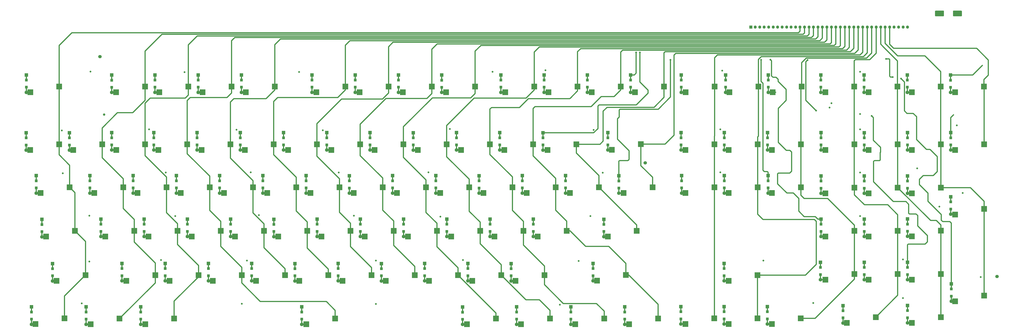
<source format=gbr>
%TF.GenerationSoftware,KiCad,Pcbnew,(5.1.9)-1*%
%TF.CreationDate,2021-05-01T00:42:49+10:00*%
%TF.ProjectId,RedPyKeeb_mainboard,52656450-794b-4656-9562-5f6d61696e62,rev?*%
%TF.SameCoordinates,Original*%
%TF.FileFunction,Copper,L4,Bot*%
%TF.FilePolarity,Positive*%
%FSLAX46Y46*%
G04 Gerber Fmt 4.6, Leading zero omitted, Abs format (unit mm)*
G04 Created by KiCad (PCBNEW (5.1.9)-1) date 2021-05-01 00:42:49*
%MOMM*%
%LPD*%
G01*
G04 APERTURE LIST*
%TA.AperFunction,ComponentPad*%
%ADD10O,1.350000X1.350000*%
%TD*%
%TA.AperFunction,ComponentPad*%
%ADD11R,1.350000X1.350000*%
%TD*%
%TA.AperFunction,SMDPad,CuDef*%
%ADD12R,2.550000X2.500000*%
%TD*%
%TA.AperFunction,SMDPad,CuDef*%
%ADD13R,0.500000X2.500000*%
%TD*%
%TA.AperFunction,ComponentPad*%
%ADD14C,1.600000*%
%TD*%
%TA.AperFunction,ComponentPad*%
%ADD15R,1.600000X1.600000*%
%TD*%
%TA.AperFunction,SMDPad,CuDef*%
%ADD16R,1.200000X1.200000*%
%TD*%
%TA.AperFunction,ViaPad*%
%ADD17C,0.800000*%
%TD*%
%TA.AperFunction,ViaPad*%
%ADD18C,1.524000*%
%TD*%
%TA.AperFunction,Conductor*%
%ADD19C,0.508000*%
%TD*%
%TA.AperFunction,Conductor*%
%ADD20C,0.500000*%
%TD*%
%TA.AperFunction,Conductor*%
%ADD21C,1.016000*%
%TD*%
G04 APERTURE END LIST*
D10*
%TO.P,J1,36*%
%TO.N,GNDPWR*%
X412036400Y-31445200D03*
%TO.P,J1,35*%
%TO.N,LED_SCL_STATUS0*%
X410036400Y-31445200D03*
%TO.P,J1,34*%
%TO.N,LED_SDA_STATUS0*%
X408036400Y-31445200D03*
%TO.P,J1,33*%
%TO.N,MAIN_VBUS*%
X406036400Y-31445200D03*
%TO.P,J1,32*%
%TO.N,KEY_COL20*%
X404036400Y-31445200D03*
%TO.P,J1,31*%
%TO.N,KEY_COL19*%
X402036400Y-31445200D03*
%TO.P,J1,30*%
%TO.N,KEY_COL18*%
X400036400Y-31445200D03*
%TO.P,J1,29*%
%TO.N,KEY_COL17*%
X398036400Y-31445200D03*
%TO.P,J1,28*%
%TO.N,KEY_COL16*%
X396036400Y-31445200D03*
%TO.P,J1,27*%
%TO.N,KEY_COL15*%
X394036400Y-31445200D03*
%TO.P,J1,26*%
%TO.N,KEY_COL14*%
X392036400Y-31445200D03*
%TO.P,J1,25*%
%TO.N,KEY_COL13*%
X390036400Y-31445200D03*
%TO.P,J1,24*%
%TO.N,KEY_COL12*%
X388036400Y-31445200D03*
%TO.P,J1,23*%
%TO.N,KEY_COL11*%
X386036400Y-31445200D03*
%TO.P,J1,22*%
%TO.N,KEY_COL10*%
X384036400Y-31445200D03*
%TO.P,J1,21*%
%TO.N,KEY_COL9*%
X382036400Y-31445200D03*
%TO.P,J1,20*%
%TO.N,KEY_COL8*%
X380036400Y-31445200D03*
%TO.P,J1,19*%
%TO.N,KEY_COL7*%
X378036400Y-31445200D03*
%TO.P,J1,18*%
%TO.N,KEY_COL6*%
X376036400Y-31445200D03*
%TO.P,J1,17*%
%TO.N,KEY_COL5*%
X374036400Y-31445200D03*
%TO.P,J1,16*%
%TO.N,KEY_COL4*%
X372036400Y-31445200D03*
%TO.P,J1,15*%
%TO.N,KEY_COL3*%
X370036400Y-31445200D03*
%TO.P,J1,14*%
%TO.N,KEY_COL2*%
X368036400Y-31445200D03*
%TO.P,J1,13*%
%TO.N,KEY_COL1*%
X366036400Y-31445200D03*
%TO.P,J1,12*%
%TO.N,KEY_COL0*%
X364036400Y-31445200D03*
%TO.P,J1,11*%
%TO.N,GNDPWR*%
X362036400Y-31445200D03*
%TO.P,J1,10*%
%TO.N,LED_SCL_ROW0*%
X360036400Y-31445200D03*
%TO.P,J1,9*%
%TO.N,LED_SDA_ROW0*%
X358036400Y-31445200D03*
%TO.P,J1,8*%
%TO.N,MAIN_VBUS*%
X356036400Y-31445200D03*
%TO.P,J1,7*%
%TO.N,KEY_ROW6*%
X354036400Y-31445200D03*
%TO.P,J1,6*%
%TO.N,KEY_ROW5*%
X352036400Y-31445200D03*
%TO.P,J1,5*%
%TO.N,KEY_ROW4*%
X350036400Y-31445200D03*
%TO.P,J1,4*%
%TO.N,KEY_ROW3*%
X348036400Y-31445200D03*
%TO.P,J1,3*%
%TO.N,KEY_ROW2*%
X346036400Y-31445200D03*
%TO.P,J1,2*%
%TO.N,KEY_ROW1*%
X344036400Y-31445200D03*
D11*
%TO.P,J1,1*%
%TO.N,KEY_ROW0*%
X342036400Y-31445200D03*
%TD*%
D12*
%TO.P,K12\u002C3,2*%
%TO.N,Net-(D12\u002C3-Pad2)*%
X278206200Y-125082300D03*
%TO.P,K12\u002C3,1*%
%TO.N,KEY_COL12*%
X291133200Y-122542300D03*
%TD*%
%TO.P,K16\u002C1,2*%
%TO.N,Net-(D16\u002C1-Pad2)*%
X351510600Y-86398100D03*
%TO.P,K16\u002C1,1*%
%TO.N,KEY_COL16*%
X364437600Y-83858100D03*
%TD*%
%TO.P,K14\u002C1,2*%
%TO.N,Net-(D14\u002C1-Pad2)*%
X312902600Y-86398100D03*
%TO.P,K14\u002C1,1*%
%TO.N,KEY_COL14*%
X325829600Y-83858100D03*
%TD*%
%TO.P,K3\u002C2,2*%
%TO.N,Net-(D3\u002C2-Pad2)*%
X87579200Y-105638600D03*
%TO.P,K3\u002C2,1*%
%TO.N,KEY_COL3*%
X100506200Y-103098600D03*
%TD*%
%TO.P,K8\u002C0,2*%
%TO.N,Net-(D8\u002C0-Pad2)*%
X206054960Y-60617100D03*
%TO.P,K8\u002C0,1*%
%TO.N,KEY_COL8*%
X218981960Y-58077100D03*
%TD*%
%TO.P,K0\u002C2,2*%
%TO.N,Net-(D0\u002C2-Pad2)*%
X25031700Y-105613200D03*
%TO.P,K0\u002C2,1*%
%TO.N,KEY_COL0*%
X37958700Y-103073200D03*
%TD*%
%TO.P,K18\u002C4,2*%
%TO.N,Net-(D18\u002C4-Pad2)*%
X413994600Y-125006100D03*
%TO.P,K18\u002C4,1*%
%TO.N,KEY_COL18*%
X426921600Y-122466100D03*
%TD*%
%TO.P,K10\u002C3,2*%
%TO.N,Net-(D10\u002C3-Pad2)*%
X227596700Y-125069600D03*
%TO.P,K10\u002C3,1*%
%TO.N,KEY_COL10*%
X240523700Y-122529600D03*
%TD*%
%TO.P,K13\u002C1,2*%
%TO.N,Net-(D13\u002C1-Pad2)*%
X280047700Y-86347300D03*
%TO.P,K13\u002C1,1*%
%TO.N,KEY_COL13*%
X292974700Y-83807300D03*
%TD*%
%TO.P,K19\u002C4,2*%
%TO.N,Net-(D19\u002C4-Pad2)*%
X433298600Y-115290600D03*
%TO.P,K19\u002C4,1*%
%TO.N,KEY_COL19*%
X446225600Y-112750600D03*
%TD*%
%TO.P,K11\u002C4,2*%
%TO.N,Net-(D11\u002C4-Pad2)*%
X273380200Y-144830800D03*
%TO.P,K11\u002C4,1*%
%TO.N,KEY_COL11*%
X286307200Y-142290800D03*
%TD*%
%TO.P,C6,2*%
%TO.N,GNDPWR*%
%TA.AperFunction,SMDPad,CuDef*%
G36*
G01*
X432288700Y-26374600D02*
X432288700Y-24374600D01*
G75*
G02*
X432538700Y-24124600I250000J0D01*
G01*
X436038700Y-24124600D01*
G75*
G02*
X436288700Y-24374600I0J-250000D01*
G01*
X436288700Y-26374600D01*
G75*
G02*
X436038700Y-26624600I-250000J0D01*
G01*
X432538700Y-26624600D01*
G75*
G02*
X432288700Y-26374600I0J250000D01*
G01*
G37*
%TD.AperFunction*%
%TO.P,C6,1*%
%TO.N,MAIN_VBUS*%
%TA.AperFunction,SMDPad,CuDef*%
G36*
G01*
X424288700Y-26374600D02*
X424288700Y-24374600D01*
G75*
G02*
X424538700Y-24124600I250000J0D01*
G01*
X428038700Y-24124600D01*
G75*
G02*
X428288700Y-24374600I0J-250000D01*
G01*
X428288700Y-26374600D01*
G75*
G02*
X428038700Y-26624600I-250000J0D01*
G01*
X424538700Y-26624600D01*
G75*
G02*
X424288700Y-26374600I0J250000D01*
G01*
G37*
%TD.AperFunction*%
%TD*%
D13*
%TO.P,D0\u002C3,2*%
%TO.N,Net-(D0\u002C3-Pad2)*%
X25603200Y-124035800D03*
%TO.P,D0\u002C3,1*%
%TO.N,KEY_ROW3*%
X25603200Y-118635800D03*
D14*
%TO.P,D0\u002C3,2*%
%TO.N,Net-(D0\u002C3-Pad2)*%
X25603200Y-125235800D03*
D15*
%TO.P,D0\u002C3,1*%
%TO.N,KEY_ROW3*%
X25603200Y-117435800D03*
D16*
X25603200Y-119760800D03*
%TO.P,D0\u002C3,2*%
%TO.N,Net-(D0\u002C3-Pad2)*%
X25603200Y-122910800D03*
%TD*%
D13*
%TO.P,D0\u002C5,2*%
%TO.N,Net-(D0\u002C5-Pad2)*%
X20967700Y-163151800D03*
%TO.P,D0\u002C5,1*%
%TO.N,KEY_ROW5*%
X20967700Y-157751800D03*
D14*
%TO.P,D0\u002C5,2*%
%TO.N,Net-(D0\u002C5-Pad2)*%
X20967700Y-164351800D03*
D15*
%TO.P,D0\u002C5,1*%
%TO.N,KEY_ROW5*%
X20967700Y-156551800D03*
D16*
X20967700Y-158876800D03*
%TO.P,D0\u002C5,2*%
%TO.N,Net-(D0\u002C5-Pad2)*%
X20967700Y-162026800D03*
%TD*%
D13*
%TO.P,D0\u002C4,2*%
%TO.N,Net-(D0\u002C4-Pad2)*%
X30365700Y-143784300D03*
%TO.P,D0\u002C4,1*%
%TO.N,KEY_ROW4*%
X30365700Y-138384300D03*
D14*
%TO.P,D0\u002C4,2*%
%TO.N,Net-(D0\u002C4-Pad2)*%
X30365700Y-144984300D03*
D15*
%TO.P,D0\u002C4,1*%
%TO.N,KEY_ROW4*%
X30365700Y-137184300D03*
D16*
X30365700Y-139509300D03*
%TO.P,D0\u002C4,2*%
%TO.N,Net-(D0\u002C4-Pad2)*%
X30365700Y-142659300D03*
%TD*%
D13*
%TO.P,D0\u002C0,2*%
%TO.N,Net-(D0\u002C0-Pad2)*%
X18618200Y-59456300D03*
%TO.P,D0\u002C0,1*%
%TO.N,KEY_ROW0*%
X18618200Y-54056300D03*
D14*
%TO.P,D0\u002C0,2*%
%TO.N,Net-(D0\u002C0-Pad2)*%
X18618200Y-60656300D03*
D15*
%TO.P,D0\u002C0,1*%
%TO.N,KEY_ROW0*%
X18618200Y-52856300D03*
D16*
X18618200Y-55181300D03*
%TO.P,D0\u002C0,2*%
%TO.N,Net-(D0\u002C0-Pad2)*%
X18618200Y-58331300D03*
%TD*%
D13*
%TO.P,D0\u002C2,2*%
%TO.N,Net-(D0\u002C2-Pad2)*%
X23063200Y-104477800D03*
%TO.P,D0\u002C2,1*%
%TO.N,KEY_ROW2*%
X23063200Y-99077800D03*
D14*
%TO.P,D0\u002C2,2*%
%TO.N,Net-(D0\u002C2-Pad2)*%
X23063200Y-105677800D03*
D15*
%TO.P,D0\u002C2,1*%
%TO.N,KEY_ROW2*%
X23063200Y-97877800D03*
D16*
X23063200Y-100202800D03*
%TO.P,D0\u002C2,2*%
%TO.N,Net-(D0\u002C2-Pad2)*%
X23063200Y-103352800D03*
%TD*%
D13*
%TO.P,D0\u002C1,2*%
%TO.N,Net-(D0\u002C1-Pad2)*%
X18554700Y-85300800D03*
%TO.P,D0\u002C1,1*%
%TO.N,KEY_ROW1*%
X18554700Y-79900800D03*
D14*
%TO.P,D0\u002C1,2*%
%TO.N,Net-(D0\u002C1-Pad2)*%
X18554700Y-86500800D03*
D15*
%TO.P,D0\u002C1,1*%
%TO.N,KEY_ROW1*%
X18554700Y-78700800D03*
D16*
X18554700Y-81025800D03*
%TO.P,D0\u002C1,2*%
%TO.N,Net-(D0\u002C1-Pad2)*%
X18554700Y-84175800D03*
%TD*%
D13*
%TO.P,D1\u002C3,2*%
%TO.N,Net-(D1\u002C3-Pad2)*%
X51892200Y-123908800D03*
%TO.P,D1\u002C3,1*%
%TO.N,KEY_ROW3*%
X51892200Y-118508800D03*
D14*
%TO.P,D1\u002C3,2*%
%TO.N,Net-(D1\u002C3-Pad2)*%
X51892200Y-125108800D03*
D15*
%TO.P,D1\u002C3,1*%
%TO.N,KEY_ROW3*%
X51892200Y-117308800D03*
D16*
X51892200Y-119633800D03*
%TO.P,D1\u002C3,2*%
%TO.N,Net-(D1\u002C3-Pad2)*%
X51892200Y-122783800D03*
%TD*%
D13*
%TO.P,D1\u002C0,2*%
%TO.N,Net-(D1\u002C0-Pad2)*%
X56766460Y-59507100D03*
%TO.P,D1\u002C0,1*%
%TO.N,KEY_ROW0*%
X56766460Y-54107100D03*
D14*
%TO.P,D1\u002C0,2*%
%TO.N,Net-(D1\u002C0-Pad2)*%
X56766460Y-60707100D03*
D15*
%TO.P,D1\u002C0,1*%
%TO.N,KEY_ROW0*%
X56766460Y-52907100D03*
D16*
X56766460Y-55232100D03*
%TO.P,D1\u002C0,2*%
%TO.N,Net-(D1\u002C0-Pad2)*%
X56766460Y-58382100D03*
%TD*%
D13*
%TO.P,D1\u002C4,2*%
%TO.N,Net-(D1\u002C4-Pad2)*%
X61290200Y-143720800D03*
%TO.P,D1\u002C4,1*%
%TO.N,KEY_ROW4*%
X61290200Y-138320800D03*
D14*
%TO.P,D1\u002C4,2*%
%TO.N,Net-(D1\u002C4-Pad2)*%
X61290200Y-144920800D03*
D15*
%TO.P,D1\u002C4,1*%
%TO.N,KEY_ROW4*%
X61290200Y-137120800D03*
D16*
X61290200Y-139445800D03*
%TO.P,D1\u002C4,2*%
%TO.N,Net-(D1\u002C4-Pad2)*%
X61290200Y-142595800D03*
%TD*%
D13*
%TO.P,D1\u002C5,2*%
%TO.N,Net-(D1\u002C5-Pad2)*%
X45351700Y-163151800D03*
%TO.P,D1\u002C5,1*%
%TO.N,KEY_ROW5*%
X45351700Y-157751800D03*
D14*
%TO.P,D1\u002C5,2*%
%TO.N,Net-(D1\u002C5-Pad2)*%
X45351700Y-164351800D03*
D15*
%TO.P,D1\u002C5,1*%
%TO.N,KEY_ROW5*%
X45351700Y-156551800D03*
D16*
X45351700Y-158876800D03*
%TO.P,D1\u002C5,2*%
%TO.N,Net-(D1\u002C5-Pad2)*%
X45351700Y-162026800D03*
%TD*%
D13*
%TO.P,D1\u002C1,2*%
%TO.N,Net-(D1\u002C1-Pad2)*%
X37858700Y-85300800D03*
%TO.P,D1\u002C1,1*%
%TO.N,KEY_ROW1*%
X37858700Y-79900800D03*
D14*
%TO.P,D1\u002C1,2*%
%TO.N,Net-(D1\u002C1-Pad2)*%
X37858700Y-86500800D03*
D15*
%TO.P,D1\u002C1,1*%
%TO.N,KEY_ROW1*%
X37858700Y-78700800D03*
D16*
X37858700Y-81025800D03*
%TO.P,D1\u002C1,2*%
%TO.N,Net-(D1\u002C1-Pad2)*%
X37858700Y-84175800D03*
%TD*%
D13*
%TO.P,D1\u002C2,2*%
%TO.N,Net-(D1\u002C2-Pad2)*%
X47002700Y-104477800D03*
%TO.P,D1\u002C2,1*%
%TO.N,KEY_ROW2*%
X47002700Y-99077800D03*
D14*
%TO.P,D1\u002C2,2*%
%TO.N,Net-(D1\u002C2-Pad2)*%
X47002700Y-105677800D03*
D15*
%TO.P,D1\u002C2,1*%
%TO.N,KEY_ROW2*%
X47002700Y-97877800D03*
D16*
X47002700Y-100202800D03*
%TO.P,D1\u002C2,2*%
%TO.N,Net-(D1\u002C2-Pad2)*%
X47002700Y-103352800D03*
%TD*%
D13*
%TO.P,D2\u002C4,2*%
%TO.N,Net-(D2\u002C4-Pad2)*%
X80594200Y-143720800D03*
%TO.P,D2\u002C4,1*%
%TO.N,KEY_ROW4*%
X80594200Y-138320800D03*
D14*
%TO.P,D2\u002C4,2*%
%TO.N,Net-(D2\u002C4-Pad2)*%
X80594200Y-144920800D03*
D15*
%TO.P,D2\u002C4,1*%
%TO.N,KEY_ROW4*%
X80594200Y-137120800D03*
D16*
X80594200Y-139445800D03*
%TO.P,D2\u002C4,2*%
%TO.N,Net-(D2\u002C4-Pad2)*%
X80594200Y-142595800D03*
%TD*%
D13*
%TO.P,D2\u002C5,2*%
%TO.N,Net-(D2\u002C5-Pad2)*%
X69735700Y-163151800D03*
%TO.P,D2\u002C5,1*%
%TO.N,KEY_ROW5*%
X69735700Y-157751800D03*
D14*
%TO.P,D2\u002C5,2*%
%TO.N,Net-(D2\u002C5-Pad2)*%
X69735700Y-164351800D03*
D15*
%TO.P,D2\u002C5,1*%
%TO.N,KEY_ROW5*%
X69735700Y-156551800D03*
D16*
X69735700Y-158876800D03*
%TO.P,D2\u002C5,2*%
%TO.N,Net-(D2\u002C5-Pad2)*%
X69735700Y-162026800D03*
%TD*%
D13*
%TO.P,D2\u002C0,2*%
%TO.N,Net-(D2\u002C0-Pad2)*%
X76070460Y-59456300D03*
%TO.P,D2\u002C0,1*%
%TO.N,KEY_ROW0*%
X76070460Y-54056300D03*
D14*
%TO.P,D2\u002C0,2*%
%TO.N,Net-(D2\u002C0-Pad2)*%
X76070460Y-60656300D03*
D15*
%TO.P,D2\u002C0,1*%
%TO.N,KEY_ROW0*%
X76070460Y-52856300D03*
D16*
X76070460Y-55181300D03*
%TO.P,D2\u002C0,2*%
%TO.N,Net-(D2\u002C0-Pad2)*%
X76070460Y-58331300D03*
%TD*%
D13*
%TO.P,D2\u002C2,2*%
%TO.N,Net-(D2\u002C2-Pad2)*%
X66306700Y-104477800D03*
%TO.P,D2\u002C2,1*%
%TO.N,KEY_ROW2*%
X66306700Y-99077800D03*
D14*
%TO.P,D2\u002C2,2*%
%TO.N,Net-(D2\u002C2-Pad2)*%
X66306700Y-105677800D03*
D15*
%TO.P,D2\u002C2,1*%
%TO.N,KEY_ROW2*%
X66306700Y-97877800D03*
D16*
X66306700Y-100202800D03*
%TO.P,D2\u002C2,2*%
%TO.N,Net-(D2\u002C2-Pad2)*%
X66306700Y-103352800D03*
%TD*%
D13*
%TO.P,D2\u002C1,2*%
%TO.N,Net-(D2\u002C1-Pad2)*%
X56781700Y-85237300D03*
%TO.P,D2\u002C1,1*%
%TO.N,KEY_ROW1*%
X56781700Y-79837300D03*
D14*
%TO.P,D2\u002C1,2*%
%TO.N,Net-(D2\u002C1-Pad2)*%
X56781700Y-86437300D03*
D15*
%TO.P,D2\u002C1,1*%
%TO.N,KEY_ROW1*%
X56781700Y-78637300D03*
D16*
X56781700Y-80962300D03*
%TO.P,D2\u002C1,2*%
%TO.N,Net-(D2\u002C1-Pad2)*%
X56781700Y-84112300D03*
%TD*%
D13*
%TO.P,D2\u002C3,2*%
%TO.N,Net-(D2\u002C3-Pad2)*%
X71196200Y-123908800D03*
%TO.P,D2\u002C3,1*%
%TO.N,KEY_ROW3*%
X71196200Y-118508800D03*
D14*
%TO.P,D2\u002C3,2*%
%TO.N,Net-(D2\u002C3-Pad2)*%
X71196200Y-125108800D03*
D15*
%TO.P,D2\u002C3,1*%
%TO.N,KEY_ROW3*%
X71196200Y-117308800D03*
D16*
X71196200Y-119633800D03*
%TO.P,D2\u002C3,2*%
%TO.N,Net-(D2\u002C3-Pad2)*%
X71196200Y-122783800D03*
%TD*%
D13*
%TO.P,D3\u002C0,2*%
%TO.N,Net-(D3\u002C0-Pad2)*%
X95374460Y-59456300D03*
%TO.P,D3\u002C0,1*%
%TO.N,KEY_ROW0*%
X95374460Y-54056300D03*
D14*
%TO.P,D3\u002C0,2*%
%TO.N,Net-(D3\u002C0-Pad2)*%
X95374460Y-60656300D03*
D15*
%TO.P,D3\u002C0,1*%
%TO.N,KEY_ROW0*%
X95374460Y-52856300D03*
D16*
X95374460Y-55181300D03*
%TO.P,D3\u002C0,2*%
%TO.N,Net-(D3\u002C0-Pad2)*%
X95374460Y-58331300D03*
%TD*%
D13*
%TO.P,D3\u002C1,2*%
%TO.N,Net-(D3\u002C1-Pad2)*%
X75577700Y-85237300D03*
%TO.P,D3\u002C1,1*%
%TO.N,KEY_ROW1*%
X75577700Y-79837300D03*
D14*
%TO.P,D3\u002C1,2*%
%TO.N,Net-(D3\u002C1-Pad2)*%
X75577700Y-86437300D03*
D15*
%TO.P,D3\u002C1,1*%
%TO.N,KEY_ROW1*%
X75577700Y-78637300D03*
D16*
X75577700Y-80962300D03*
%TO.P,D3\u002C1,2*%
%TO.N,Net-(D3\u002C1-Pad2)*%
X75577700Y-84112300D03*
%TD*%
D13*
%TO.P,D3\u002C4,2*%
%TO.N,Net-(D3\u002C4-Pad2)*%
X99898200Y-143720800D03*
%TO.P,D3\u002C4,1*%
%TO.N,KEY_ROW4*%
X99898200Y-138320800D03*
D14*
%TO.P,D3\u002C4,2*%
%TO.N,Net-(D3\u002C4-Pad2)*%
X99898200Y-144920800D03*
D15*
%TO.P,D3\u002C4,1*%
%TO.N,KEY_ROW4*%
X99898200Y-137120800D03*
D16*
X99898200Y-139445800D03*
%TO.P,D3\u002C4,2*%
%TO.N,Net-(D3\u002C4-Pad2)*%
X99898200Y-142595800D03*
%TD*%
D13*
%TO.P,D3\u002C2,2*%
%TO.N,Net-(D3\u002C2-Pad2)*%
X85610700Y-104477800D03*
%TO.P,D3\u002C2,1*%
%TO.N,KEY_ROW2*%
X85610700Y-99077800D03*
D14*
%TO.P,D3\u002C2,2*%
%TO.N,Net-(D3\u002C2-Pad2)*%
X85610700Y-105677800D03*
D15*
%TO.P,D3\u002C2,1*%
%TO.N,KEY_ROW2*%
X85610700Y-97877800D03*
D16*
X85610700Y-100202800D03*
%TO.P,D3\u002C2,2*%
%TO.N,Net-(D3\u002C2-Pad2)*%
X85610700Y-103352800D03*
%TD*%
D13*
%TO.P,D3\u002C5,2*%
%TO.N,Net-(D3\u002C5-Pad2)*%
X141617700Y-163151800D03*
%TO.P,D3\u002C5,1*%
%TO.N,KEY_ROW5*%
X141617700Y-157751800D03*
D14*
%TO.P,D3\u002C5,2*%
%TO.N,Net-(D3\u002C5-Pad2)*%
X141617700Y-164351800D03*
D15*
%TO.P,D3\u002C5,1*%
%TO.N,KEY_ROW5*%
X141617700Y-156551800D03*
D16*
X141617700Y-158876800D03*
%TO.P,D3\u002C5,2*%
%TO.N,Net-(D3\u002C5-Pad2)*%
X141617700Y-162026800D03*
%TD*%
D13*
%TO.P,D3\u002C3,2*%
%TO.N,Net-(D3\u002C3-Pad2)*%
X90500200Y-123908800D03*
%TO.P,D3\u002C3,1*%
%TO.N,KEY_ROW3*%
X90500200Y-118508800D03*
D14*
%TO.P,D3\u002C3,2*%
%TO.N,Net-(D3\u002C3-Pad2)*%
X90500200Y-125108800D03*
D15*
%TO.P,D3\u002C3,1*%
%TO.N,KEY_ROW3*%
X90500200Y-117308800D03*
D16*
X90500200Y-119633800D03*
%TO.P,D3\u002C3,2*%
%TO.N,Net-(D3\u002C3-Pad2)*%
X90500200Y-122783800D03*
%TD*%
D13*
%TO.P,D4\u002C4,2*%
%TO.N,Net-(D4\u002C4-Pad2)*%
X119202200Y-143720800D03*
%TO.P,D4\u002C4,1*%
%TO.N,KEY_ROW4*%
X119202200Y-138320800D03*
D14*
%TO.P,D4\u002C4,2*%
%TO.N,Net-(D4\u002C4-Pad2)*%
X119202200Y-144920800D03*
D15*
%TO.P,D4\u002C4,1*%
%TO.N,KEY_ROW4*%
X119202200Y-137120800D03*
D16*
X119202200Y-139445800D03*
%TO.P,D4\u002C4,2*%
%TO.N,Net-(D4\u002C4-Pad2)*%
X119202200Y-142595800D03*
%TD*%
D13*
%TO.P,D4\u002C3,2*%
%TO.N,Net-(D4\u002C3-Pad2)*%
X109804200Y-123908800D03*
%TO.P,D4\u002C3,1*%
%TO.N,KEY_ROW3*%
X109804200Y-118508800D03*
D14*
%TO.P,D4\u002C3,2*%
%TO.N,Net-(D4\u002C3-Pad2)*%
X109804200Y-125108800D03*
D15*
%TO.P,D4\u002C3,1*%
%TO.N,KEY_ROW3*%
X109804200Y-117308800D03*
D16*
X109804200Y-119633800D03*
%TO.P,D4\u002C3,2*%
%TO.N,Net-(D4\u002C3-Pad2)*%
X109804200Y-122783800D03*
%TD*%
D13*
%TO.P,D4\u002C1,2*%
%TO.N,Net-(D4\u002C1-Pad2)*%
X94881700Y-85237300D03*
%TO.P,D4\u002C1,1*%
%TO.N,KEY_ROW1*%
X94881700Y-79837300D03*
D14*
%TO.P,D4\u002C1,2*%
%TO.N,Net-(D4\u002C1-Pad2)*%
X94881700Y-86437300D03*
D15*
%TO.P,D4\u002C1,1*%
%TO.N,KEY_ROW1*%
X94881700Y-78637300D03*
D16*
X94881700Y-80962300D03*
%TO.P,D4\u002C1,2*%
%TO.N,Net-(D4\u002C1-Pad2)*%
X94881700Y-84112300D03*
%TD*%
D13*
%TO.P,D4\u002C0,2*%
%TO.N,Net-(D4\u002C0-Pad2)*%
X114678460Y-59456300D03*
%TO.P,D4\u002C0,1*%
%TO.N,KEY_ROW0*%
X114678460Y-54056300D03*
D14*
%TO.P,D4\u002C0,2*%
%TO.N,Net-(D4\u002C0-Pad2)*%
X114678460Y-60656300D03*
D15*
%TO.P,D4\u002C0,1*%
%TO.N,KEY_ROW0*%
X114678460Y-52856300D03*
D16*
X114678460Y-55181300D03*
%TO.P,D4\u002C0,2*%
%TO.N,Net-(D4\u002C0-Pad2)*%
X114678460Y-58331300D03*
%TD*%
D13*
%TO.P,D4\u002C2,2*%
%TO.N,Net-(D4\u002C2-Pad2)*%
X104914700Y-104477800D03*
%TO.P,D4\u002C2,1*%
%TO.N,KEY_ROW2*%
X104914700Y-99077800D03*
D14*
%TO.P,D4\u002C2,2*%
%TO.N,Net-(D4\u002C2-Pad2)*%
X104914700Y-105677800D03*
D15*
%TO.P,D4\u002C2,1*%
%TO.N,KEY_ROW2*%
X104914700Y-97877800D03*
D16*
X104914700Y-100202800D03*
%TO.P,D4\u002C2,2*%
%TO.N,Net-(D4\u002C2-Pad2)*%
X104914700Y-103352800D03*
%TD*%
D13*
%TO.P,D5\u002C0,2*%
%TO.N,Net-(D5\u002C0-Pad2)*%
X146174460Y-59456300D03*
%TO.P,D5\u002C0,1*%
%TO.N,KEY_ROW0*%
X146174460Y-54056300D03*
D14*
%TO.P,D5\u002C0,2*%
%TO.N,Net-(D5\u002C0-Pad2)*%
X146174460Y-60656300D03*
D15*
%TO.P,D5\u002C0,1*%
%TO.N,KEY_ROW0*%
X146174460Y-52856300D03*
D16*
X146174460Y-55181300D03*
%TO.P,D5\u002C0,2*%
%TO.N,Net-(D5\u002C0-Pad2)*%
X146174460Y-58331300D03*
%TD*%
D13*
%TO.P,D5\u002C2,2*%
%TO.N,Net-(D5\u002C2-Pad2)*%
X124218700Y-104477800D03*
%TO.P,D5\u002C2,1*%
%TO.N,KEY_ROW2*%
X124218700Y-99077800D03*
D14*
%TO.P,D5\u002C2,2*%
%TO.N,Net-(D5\u002C2-Pad2)*%
X124218700Y-105677800D03*
D15*
%TO.P,D5\u002C2,1*%
%TO.N,KEY_ROW2*%
X124218700Y-97877800D03*
D16*
X124218700Y-100202800D03*
%TO.P,D5\u002C2,2*%
%TO.N,Net-(D5\u002C2-Pad2)*%
X124218700Y-103352800D03*
%TD*%
D13*
%TO.P,D5\u002C1,2*%
%TO.N,Net-(D5\u002C1-Pad2)*%
X114185700Y-85237300D03*
%TO.P,D5\u002C1,1*%
%TO.N,KEY_ROW1*%
X114185700Y-79837300D03*
D14*
%TO.P,D5\u002C1,2*%
%TO.N,Net-(D5\u002C1-Pad2)*%
X114185700Y-86437300D03*
D15*
%TO.P,D5\u002C1,1*%
%TO.N,KEY_ROW1*%
X114185700Y-78637300D03*
D16*
X114185700Y-80962300D03*
%TO.P,D5\u002C1,2*%
%TO.N,Net-(D5\u002C1-Pad2)*%
X114185700Y-84112300D03*
%TD*%
D13*
%TO.P,D5\u002C3,2*%
%TO.N,Net-(D5\u002C3-Pad2)*%
X129108200Y-123959600D03*
%TO.P,D5\u002C3,1*%
%TO.N,KEY_ROW3*%
X129108200Y-118559600D03*
D14*
%TO.P,D5\u002C3,2*%
%TO.N,Net-(D5\u002C3-Pad2)*%
X129108200Y-125159600D03*
D15*
%TO.P,D5\u002C3,1*%
%TO.N,KEY_ROW3*%
X129108200Y-117359600D03*
D16*
X129108200Y-119684600D03*
%TO.P,D5\u002C3,2*%
%TO.N,Net-(D5\u002C3-Pad2)*%
X129108200Y-122834600D03*
%TD*%
D13*
%TO.P,D5\u002C4,2*%
%TO.N,Net-(D5\u002C4-Pad2)*%
X138506200Y-143771600D03*
%TO.P,D5\u002C4,1*%
%TO.N,KEY_ROW4*%
X138506200Y-138371600D03*
D14*
%TO.P,D5\u002C4,2*%
%TO.N,Net-(D5\u002C4-Pad2)*%
X138506200Y-144971600D03*
D15*
%TO.P,D5\u002C4,1*%
%TO.N,KEY_ROW4*%
X138506200Y-137171600D03*
D16*
X138506200Y-139496600D03*
%TO.P,D5\u002C4,2*%
%TO.N,Net-(D5\u002C4-Pad2)*%
X138506200Y-142646600D03*
%TD*%
D13*
%TO.P,D6\u002C0,2*%
%TO.N,Net-(D6\u002C0-Pad2)*%
X165478460Y-59456300D03*
%TO.P,D6\u002C0,1*%
%TO.N,KEY_ROW0*%
X165478460Y-54056300D03*
D14*
%TO.P,D6\u002C0,2*%
%TO.N,Net-(D6\u002C0-Pad2)*%
X165478460Y-60656300D03*
D15*
%TO.P,D6\u002C0,1*%
%TO.N,KEY_ROW0*%
X165478460Y-52856300D03*
D16*
X165478460Y-55181300D03*
%TO.P,D6\u002C0,2*%
%TO.N,Net-(D6\u002C0-Pad2)*%
X165478460Y-58331300D03*
%TD*%
D13*
%TO.P,D6\u002C3,2*%
%TO.N,Net-(D6\u002C3-Pad2)*%
X148412200Y-123908800D03*
%TO.P,D6\u002C3,1*%
%TO.N,KEY_ROW3*%
X148412200Y-118508800D03*
D14*
%TO.P,D6\u002C3,2*%
%TO.N,Net-(D6\u002C3-Pad2)*%
X148412200Y-125108800D03*
D15*
%TO.P,D6\u002C3,1*%
%TO.N,KEY_ROW3*%
X148412200Y-117308800D03*
D16*
X148412200Y-119633800D03*
%TO.P,D6\u002C3,2*%
%TO.N,Net-(D6\u002C3-Pad2)*%
X148412200Y-122783800D03*
%TD*%
D13*
%TO.P,D6\u002C4,2*%
%TO.N,Net-(D6\u002C4-Pad2)*%
X157810200Y-143720800D03*
%TO.P,D6\u002C4,1*%
%TO.N,KEY_ROW4*%
X157810200Y-138320800D03*
D14*
%TO.P,D6\u002C4,2*%
%TO.N,Net-(D6\u002C4-Pad2)*%
X157810200Y-144920800D03*
D15*
%TO.P,D6\u002C4,1*%
%TO.N,KEY_ROW4*%
X157810200Y-137120800D03*
D16*
X157810200Y-139445800D03*
%TO.P,D6\u002C4,2*%
%TO.N,Net-(D6\u002C4-Pad2)*%
X157810200Y-142595800D03*
%TD*%
D13*
%TO.P,D6\u002C1,2*%
%TO.N,Net-(D6\u002C1-Pad2)*%
X133489700Y-85237300D03*
%TO.P,D6\u002C1,1*%
%TO.N,KEY_ROW1*%
X133489700Y-79837300D03*
D14*
%TO.P,D6\u002C1,2*%
%TO.N,Net-(D6\u002C1-Pad2)*%
X133489700Y-86437300D03*
D15*
%TO.P,D6\u002C1,1*%
%TO.N,KEY_ROW1*%
X133489700Y-78637300D03*
D16*
X133489700Y-80962300D03*
%TO.P,D6\u002C1,2*%
%TO.N,Net-(D6\u002C1-Pad2)*%
X133489700Y-84112300D03*
%TD*%
D13*
%TO.P,D6\u002C2,2*%
%TO.N,Net-(D6\u002C2-Pad2)*%
X143522700Y-104477800D03*
%TO.P,D6\u002C2,1*%
%TO.N,KEY_ROW2*%
X143522700Y-99077800D03*
D14*
%TO.P,D6\u002C2,2*%
%TO.N,Net-(D6\u002C2-Pad2)*%
X143522700Y-105677800D03*
D15*
%TO.P,D6\u002C2,1*%
%TO.N,KEY_ROW2*%
X143522700Y-97877800D03*
D16*
X143522700Y-100202800D03*
%TO.P,D6\u002C2,2*%
%TO.N,Net-(D6\u002C2-Pad2)*%
X143522700Y-103352800D03*
%TD*%
D13*
%TO.P,D7\u002C4,2*%
%TO.N,Net-(D7\u002C4-Pad2)*%
X177114200Y-143771600D03*
%TO.P,D7\u002C4,1*%
%TO.N,KEY_ROW4*%
X177114200Y-138371600D03*
D14*
%TO.P,D7\u002C4,2*%
%TO.N,Net-(D7\u002C4-Pad2)*%
X177114200Y-144971600D03*
D15*
%TO.P,D7\u002C4,1*%
%TO.N,KEY_ROW4*%
X177114200Y-137171600D03*
D16*
X177114200Y-139496600D03*
%TO.P,D7\u002C4,2*%
%TO.N,Net-(D7\u002C4-Pad2)*%
X177114200Y-142646600D03*
%TD*%
D13*
%TO.P,D7\u002C2,2*%
%TO.N,Net-(D7\u002C2-Pad2)*%
X162826700Y-104528600D03*
%TO.P,D7\u002C2,1*%
%TO.N,KEY_ROW2*%
X162826700Y-99128600D03*
D14*
%TO.P,D7\u002C2,2*%
%TO.N,Net-(D7\u002C2-Pad2)*%
X162826700Y-105728600D03*
D15*
%TO.P,D7\u002C2,1*%
%TO.N,KEY_ROW2*%
X162826700Y-97928600D03*
D16*
X162826700Y-100253600D03*
%TO.P,D7\u002C2,2*%
%TO.N,Net-(D7\u002C2-Pad2)*%
X162826700Y-103403600D03*
%TD*%
D13*
%TO.P,D7\u002C1,2*%
%TO.N,Net-(D7\u002C1-Pad2)*%
X152793700Y-85237300D03*
%TO.P,D7\u002C1,1*%
%TO.N,KEY_ROW1*%
X152793700Y-79837300D03*
D14*
%TO.P,D7\u002C1,2*%
%TO.N,Net-(D7\u002C1-Pad2)*%
X152793700Y-86437300D03*
D15*
%TO.P,D7\u002C1,1*%
%TO.N,KEY_ROW1*%
X152793700Y-78637300D03*
D16*
X152793700Y-80962300D03*
%TO.P,D7\u002C1,2*%
%TO.N,Net-(D7\u002C1-Pad2)*%
X152793700Y-84112300D03*
%TD*%
D13*
%TO.P,D7\u002C0,2*%
%TO.N,Net-(D7\u002C0-Pad2)*%
X184782460Y-59456300D03*
%TO.P,D7\u002C0,1*%
%TO.N,KEY_ROW0*%
X184782460Y-54056300D03*
D14*
%TO.P,D7\u002C0,2*%
%TO.N,Net-(D7\u002C0-Pad2)*%
X184782460Y-60656300D03*
D15*
%TO.P,D7\u002C0,1*%
%TO.N,KEY_ROW0*%
X184782460Y-52856300D03*
D16*
X184782460Y-55181300D03*
%TO.P,D7\u002C0,2*%
%TO.N,Net-(D7\u002C0-Pad2)*%
X184782460Y-58331300D03*
%TD*%
D13*
%TO.P,D7\u002C3,2*%
%TO.N,Net-(D7\u002C3-Pad2)*%
X167716200Y-123908800D03*
%TO.P,D7\u002C3,1*%
%TO.N,KEY_ROW3*%
X167716200Y-118508800D03*
D14*
%TO.P,D7\u002C3,2*%
%TO.N,Net-(D7\u002C3-Pad2)*%
X167716200Y-125108800D03*
D15*
%TO.P,D7\u002C3,1*%
%TO.N,KEY_ROW3*%
X167716200Y-117308800D03*
D16*
X167716200Y-119633800D03*
%TO.P,D7\u002C3,2*%
%TO.N,Net-(D7\u002C3-Pad2)*%
X167716200Y-122783800D03*
%TD*%
D13*
%TO.P,D8\u002C0,2*%
%TO.N,Net-(D8\u002C0-Pad2)*%
X204086460Y-59507100D03*
%TO.P,D8\u002C0,1*%
%TO.N,KEY_ROW0*%
X204086460Y-54107100D03*
D14*
%TO.P,D8\u002C0,2*%
%TO.N,Net-(D8\u002C0-Pad2)*%
X204086460Y-60707100D03*
D15*
%TO.P,D8\u002C0,1*%
%TO.N,KEY_ROW0*%
X204086460Y-52907100D03*
D16*
X204086460Y-55232100D03*
%TO.P,D8\u002C0,2*%
%TO.N,Net-(D8\u002C0-Pad2)*%
X204086460Y-58382100D03*
%TD*%
D13*
%TO.P,D8\u002C3,2*%
%TO.N,Net-(D8\u002C3-Pad2)*%
X187020200Y-123908800D03*
%TO.P,D8\u002C3,1*%
%TO.N,KEY_ROW3*%
X187020200Y-118508800D03*
D14*
%TO.P,D8\u002C3,2*%
%TO.N,Net-(D8\u002C3-Pad2)*%
X187020200Y-125108800D03*
D15*
%TO.P,D8\u002C3,1*%
%TO.N,KEY_ROW3*%
X187020200Y-117308800D03*
D16*
X187020200Y-119633800D03*
%TO.P,D8\u002C3,2*%
%TO.N,Net-(D8\u002C3-Pad2)*%
X187020200Y-122783800D03*
%TD*%
D13*
%TO.P,D8\u002C1,2*%
%TO.N,Net-(D8\u002C1-Pad2)*%
X172097700Y-85237300D03*
%TO.P,D8\u002C1,1*%
%TO.N,KEY_ROW1*%
X172097700Y-79837300D03*
D14*
%TO.P,D8\u002C1,2*%
%TO.N,Net-(D8\u002C1-Pad2)*%
X172097700Y-86437300D03*
D15*
%TO.P,D8\u002C1,1*%
%TO.N,KEY_ROW1*%
X172097700Y-78637300D03*
D16*
X172097700Y-80962300D03*
%TO.P,D8\u002C1,2*%
%TO.N,Net-(D8\u002C1-Pad2)*%
X172097700Y-84112300D03*
%TD*%
D13*
%TO.P,D8\u002C2,2*%
%TO.N,Net-(D8\u002C2-Pad2)*%
X182130700Y-104477800D03*
%TO.P,D8\u002C2,1*%
%TO.N,KEY_ROW2*%
X182130700Y-99077800D03*
D14*
%TO.P,D8\u002C2,2*%
%TO.N,Net-(D8\u002C2-Pad2)*%
X182130700Y-105677800D03*
D15*
%TO.P,D8\u002C2,1*%
%TO.N,KEY_ROW2*%
X182130700Y-97877800D03*
D16*
X182130700Y-100202800D03*
%TO.P,D8\u002C2,2*%
%TO.N,Net-(D8\u002C2-Pad2)*%
X182130700Y-103352800D03*
%TD*%
D13*
%TO.P,D8\u002C5,2*%
%TO.N,Net-(D8\u002C5-Pad2)*%
X213372700Y-163215300D03*
%TO.P,D8\u002C5,1*%
%TO.N,KEY_ROW5*%
X213372700Y-157815300D03*
D14*
%TO.P,D8\u002C5,2*%
%TO.N,Net-(D8\u002C5-Pad2)*%
X213372700Y-164415300D03*
D15*
%TO.P,D8\u002C5,1*%
%TO.N,KEY_ROW5*%
X213372700Y-156615300D03*
D16*
X213372700Y-158940300D03*
%TO.P,D8\u002C5,2*%
%TO.N,Net-(D8\u002C5-Pad2)*%
X213372700Y-162090300D03*
%TD*%
D13*
%TO.P,D8\u002C4,2*%
%TO.N,Net-(D8\u002C4-Pad2)*%
X196418200Y-143720800D03*
%TO.P,D8\u002C4,1*%
%TO.N,KEY_ROW4*%
X196418200Y-138320800D03*
D14*
%TO.P,D8\u002C4,2*%
%TO.N,Net-(D8\u002C4-Pad2)*%
X196418200Y-144920800D03*
D15*
%TO.P,D8\u002C4,1*%
%TO.N,KEY_ROW4*%
X196418200Y-137120800D03*
D16*
X196418200Y-139445800D03*
%TO.P,D8\u002C4,2*%
%TO.N,Net-(D8\u002C4-Pad2)*%
X196418200Y-142595800D03*
%TD*%
D13*
%TO.P,D9\u002C2,2*%
%TO.N,Net-(D9\u002C2-Pad2)*%
X201434700Y-104477800D03*
%TO.P,D9\u002C2,1*%
%TO.N,KEY_ROW2*%
X201434700Y-99077800D03*
D14*
%TO.P,D9\u002C2,2*%
%TO.N,Net-(D9\u002C2-Pad2)*%
X201434700Y-105677800D03*
D15*
%TO.P,D9\u002C2,1*%
%TO.N,KEY_ROW2*%
X201434700Y-97877800D03*
D16*
X201434700Y-100202800D03*
%TO.P,D9\u002C2,2*%
%TO.N,Net-(D9\u002C2-Pad2)*%
X201434700Y-103352800D03*
%TD*%
D13*
%TO.P,D9\u002C1,2*%
%TO.N,Net-(D9\u002C1-Pad2)*%
X191401700Y-85288100D03*
%TO.P,D9\u002C1,1*%
%TO.N,KEY_ROW1*%
X191401700Y-79888100D03*
D14*
%TO.P,D9\u002C1,2*%
%TO.N,Net-(D9\u002C1-Pad2)*%
X191401700Y-86488100D03*
D15*
%TO.P,D9\u002C1,1*%
%TO.N,KEY_ROW1*%
X191401700Y-78688100D03*
D16*
X191401700Y-81013100D03*
%TO.P,D9\u002C1,2*%
%TO.N,Net-(D9\u002C1-Pad2)*%
X191401700Y-84163100D03*
%TD*%
D13*
%TO.P,D9\u002C3,2*%
%TO.N,Net-(D9\u002C3-Pad2)*%
X206324200Y-123908800D03*
%TO.P,D9\u002C3,1*%
%TO.N,KEY_ROW3*%
X206324200Y-118508800D03*
D14*
%TO.P,D9\u002C3,2*%
%TO.N,Net-(D9\u002C3-Pad2)*%
X206324200Y-125108800D03*
D15*
%TO.P,D9\u002C3,1*%
%TO.N,KEY_ROW3*%
X206324200Y-117308800D03*
D16*
X206324200Y-119633800D03*
%TO.P,D9\u002C3,2*%
%TO.N,Net-(D9\u002C3-Pad2)*%
X206324200Y-122783800D03*
%TD*%
D13*
%TO.P,D9\u002C4,2*%
%TO.N,Net-(D9\u002C4-Pad2)*%
X215722200Y-143720800D03*
%TO.P,D9\u002C4,1*%
%TO.N,KEY_ROW4*%
X215722200Y-138320800D03*
D14*
%TO.P,D9\u002C4,2*%
%TO.N,Net-(D9\u002C4-Pad2)*%
X215722200Y-144920800D03*
D15*
%TO.P,D9\u002C4,1*%
%TO.N,KEY_ROW4*%
X215722200Y-137120800D03*
D16*
X215722200Y-139445800D03*
%TO.P,D9\u002C4,2*%
%TO.N,Net-(D9\u002C4-Pad2)*%
X215722200Y-142595800D03*
%TD*%
D13*
%TO.P,D9\u002C5,2*%
%TO.N,Net-(D9\u002C5-Pad2)*%
X237502700Y-163151800D03*
%TO.P,D9\u002C5,1*%
%TO.N,KEY_ROW5*%
X237502700Y-157751800D03*
D14*
%TO.P,D9\u002C5,2*%
%TO.N,Net-(D9\u002C5-Pad2)*%
X237502700Y-164351800D03*
D15*
%TO.P,D9\u002C5,1*%
%TO.N,KEY_ROW5*%
X237502700Y-156551800D03*
D16*
X237502700Y-158876800D03*
%TO.P,D9\u002C5,2*%
%TO.N,Net-(D9\u002C5-Pad2)*%
X237502700Y-162026800D03*
%TD*%
D13*
%TO.P,D9\u002C0,2*%
%TO.N,Net-(D9\u002C0-Pad2)*%
X230502460Y-59456300D03*
%TO.P,D9\u002C0,1*%
%TO.N,KEY_ROW0*%
X230502460Y-54056300D03*
D14*
%TO.P,D9\u002C0,2*%
%TO.N,Net-(D9\u002C0-Pad2)*%
X230502460Y-60656300D03*
D15*
%TO.P,D9\u002C0,1*%
%TO.N,KEY_ROW0*%
X230502460Y-52856300D03*
D16*
X230502460Y-55181300D03*
%TO.P,D9\u002C0,2*%
%TO.N,Net-(D9\u002C0-Pad2)*%
X230502460Y-58331300D03*
%TD*%
D13*
%TO.P,D10\u002C4,2*%
%TO.N,Net-(D10\u002C4-Pad2)*%
X235026200Y-143771600D03*
%TO.P,D10\u002C4,1*%
%TO.N,KEY_ROW4*%
X235026200Y-138371600D03*
D14*
%TO.P,D10\u002C4,2*%
%TO.N,Net-(D10\u002C4-Pad2)*%
X235026200Y-144971600D03*
D15*
%TO.P,D10\u002C4,1*%
%TO.N,KEY_ROW4*%
X235026200Y-137171600D03*
D16*
X235026200Y-139496600D03*
%TO.P,D10\u002C4,2*%
%TO.N,Net-(D10\u002C4-Pad2)*%
X235026200Y-142646600D03*
%TD*%
D13*
%TO.P,D10\u002C5,2*%
%TO.N,Net-(D10\u002C5-Pad2)*%
X261696200Y-163151800D03*
%TO.P,D10\u002C5,1*%
%TO.N,KEY_ROW5*%
X261696200Y-157751800D03*
D14*
%TO.P,D10\u002C5,2*%
%TO.N,Net-(D10\u002C5-Pad2)*%
X261696200Y-164351800D03*
D15*
%TO.P,D10\u002C5,1*%
%TO.N,KEY_ROW5*%
X261696200Y-156551800D03*
D16*
X261696200Y-158876800D03*
%TO.P,D10\u002C5,2*%
%TO.N,Net-(D10\u002C5-Pad2)*%
X261696200Y-162026800D03*
%TD*%
D13*
%TO.P,D10\u002C1,2*%
%TO.N,Net-(D10\u002C1-Pad2)*%
X210705700Y-85237300D03*
%TO.P,D10\u002C1,1*%
%TO.N,KEY_ROW1*%
X210705700Y-79837300D03*
D14*
%TO.P,D10\u002C1,2*%
%TO.N,Net-(D10\u002C1-Pad2)*%
X210705700Y-86437300D03*
D15*
%TO.P,D10\u002C1,1*%
%TO.N,KEY_ROW1*%
X210705700Y-78637300D03*
D16*
X210705700Y-80962300D03*
%TO.P,D10\u002C1,2*%
%TO.N,Net-(D10\u002C1-Pad2)*%
X210705700Y-84112300D03*
%TD*%
D13*
%TO.P,D10\u002C0,2*%
%TO.N,Net-(D10\u002C0-Pad2)*%
X249806460Y-59456300D03*
%TO.P,D10\u002C0,1*%
%TO.N,KEY_ROW0*%
X249806460Y-54056300D03*
D14*
%TO.P,D10\u002C0,2*%
%TO.N,Net-(D10\u002C0-Pad2)*%
X249806460Y-60656300D03*
D15*
%TO.P,D10\u002C0,1*%
%TO.N,KEY_ROW0*%
X249806460Y-52856300D03*
D16*
X249806460Y-55181300D03*
%TO.P,D10\u002C0,2*%
%TO.N,Net-(D10\u002C0-Pad2)*%
X249806460Y-58331300D03*
%TD*%
D13*
%TO.P,D10\u002C2,2*%
%TO.N,Net-(D10\u002C2-Pad2)*%
X220738700Y-104528600D03*
%TO.P,D10\u002C2,1*%
%TO.N,KEY_ROW2*%
X220738700Y-99128600D03*
D14*
%TO.P,D10\u002C2,2*%
%TO.N,Net-(D10\u002C2-Pad2)*%
X220738700Y-105728600D03*
D15*
%TO.P,D10\u002C2,1*%
%TO.N,KEY_ROW2*%
X220738700Y-97928600D03*
D16*
X220738700Y-100253600D03*
%TO.P,D10\u002C2,2*%
%TO.N,Net-(D10\u002C2-Pad2)*%
X220738700Y-103403600D03*
%TD*%
D13*
%TO.P,D10\u002C3,2*%
%TO.N,Net-(D10\u002C3-Pad2)*%
X225628200Y-123908800D03*
%TO.P,D10\u002C3,1*%
%TO.N,KEY_ROW3*%
X225628200Y-118508800D03*
D14*
%TO.P,D10\u002C3,2*%
%TO.N,Net-(D10\u002C3-Pad2)*%
X225628200Y-125108800D03*
D15*
%TO.P,D10\u002C3,1*%
%TO.N,KEY_ROW3*%
X225628200Y-117308800D03*
D16*
X225628200Y-119633800D03*
%TO.P,D10\u002C3,2*%
%TO.N,Net-(D10\u002C3-Pad2)*%
X225628200Y-122783800D03*
%TD*%
D13*
%TO.P,D11\u002C0,2*%
%TO.N,Net-(D11\u002C0-Pad2)*%
X269110460Y-59456300D03*
%TO.P,D11\u002C0,1*%
%TO.N,KEY_ROW0*%
X269110460Y-54056300D03*
D14*
%TO.P,D11\u002C0,2*%
%TO.N,Net-(D11\u002C0-Pad2)*%
X269110460Y-60656300D03*
D15*
%TO.P,D11\u002C0,1*%
%TO.N,KEY_ROW0*%
X269110460Y-52856300D03*
D16*
X269110460Y-55181300D03*
%TO.P,D11\u002C0,2*%
%TO.N,Net-(D11\u002C0-Pad2)*%
X269110460Y-58331300D03*
%TD*%
D13*
%TO.P,D11\u002C1,2*%
%TO.N,Net-(D11\u002C1-Pad2)*%
X230009700Y-85237300D03*
%TO.P,D11\u002C1,1*%
%TO.N,KEY_ROW1*%
X230009700Y-79837300D03*
D14*
%TO.P,D11\u002C1,2*%
%TO.N,Net-(D11\u002C1-Pad2)*%
X230009700Y-86437300D03*
D15*
%TO.P,D11\u002C1,1*%
%TO.N,KEY_ROW1*%
X230009700Y-78637300D03*
D16*
X230009700Y-80962300D03*
%TO.P,D11\u002C1,2*%
%TO.N,Net-(D11\u002C1-Pad2)*%
X230009700Y-84112300D03*
%TD*%
D13*
%TO.P,D11\u002C3,2*%
%TO.N,Net-(D11\u002C3-Pad2)*%
X244932200Y-123908800D03*
%TO.P,D11\u002C3,1*%
%TO.N,KEY_ROW3*%
X244932200Y-118508800D03*
D14*
%TO.P,D11\u002C3,2*%
%TO.N,Net-(D11\u002C3-Pad2)*%
X244932200Y-125108800D03*
D15*
%TO.P,D11\u002C3,1*%
%TO.N,KEY_ROW3*%
X244932200Y-117308800D03*
D16*
X244932200Y-119633800D03*
%TO.P,D11\u002C3,2*%
%TO.N,Net-(D11\u002C3-Pad2)*%
X244932200Y-122783800D03*
%TD*%
D13*
%TO.P,D11\u002C2,2*%
%TO.N,Net-(D11\u002C2-Pad2)*%
X240042700Y-104477800D03*
%TO.P,D11\u002C2,1*%
%TO.N,KEY_ROW2*%
X240042700Y-99077800D03*
D14*
%TO.P,D11\u002C2,2*%
%TO.N,Net-(D11\u002C2-Pad2)*%
X240042700Y-105677800D03*
D15*
%TO.P,D11\u002C2,1*%
%TO.N,KEY_ROW2*%
X240042700Y-97877800D03*
D16*
X240042700Y-100202800D03*
%TO.P,D11\u002C2,2*%
%TO.N,Net-(D11\u002C2-Pad2)*%
X240042700Y-103352800D03*
%TD*%
D13*
%TO.P,D11\u002C4,2*%
%TO.N,Net-(D11\u002C4-Pad2)*%
X271602200Y-143720800D03*
%TO.P,D11\u002C4,1*%
%TO.N,KEY_ROW4*%
X271602200Y-138320800D03*
D14*
%TO.P,D11\u002C4,2*%
%TO.N,Net-(D11\u002C4-Pad2)*%
X271602200Y-144920800D03*
D15*
%TO.P,D11\u002C4,1*%
%TO.N,KEY_ROW4*%
X271602200Y-137120800D03*
D16*
X271602200Y-139445800D03*
%TO.P,D11\u002C4,2*%
%TO.N,Net-(D11\u002C4-Pad2)*%
X271602200Y-142595800D03*
%TD*%
D13*
%TO.P,D11\u002C5,2*%
%TO.N,Net-(D11\u002C5-Pad2)*%
X285762700Y-163151800D03*
%TO.P,D11\u002C5,1*%
%TO.N,KEY_ROW5*%
X285762700Y-157751800D03*
D14*
%TO.P,D11\u002C5,2*%
%TO.N,Net-(D11\u002C5-Pad2)*%
X285762700Y-164351800D03*
D15*
%TO.P,D11\u002C5,1*%
%TO.N,KEY_ROW5*%
X285762700Y-156551800D03*
D16*
X285762700Y-158876800D03*
%TO.P,D11\u002C5,2*%
%TO.N,Net-(D11\u002C5-Pad2)*%
X285762700Y-162026800D03*
%TD*%
D13*
%TO.P,D12\u002C3,2*%
%TO.N,Net-(D12\u002C3-Pad2)*%
X276428200Y-123972300D03*
%TO.P,D12\u002C3,1*%
%TO.N,KEY_ROW3*%
X276428200Y-118572300D03*
D14*
%TO.P,D12\u002C3,2*%
%TO.N,Net-(D12\u002C3-Pad2)*%
X276428200Y-125172300D03*
D15*
%TO.P,D12\u002C3,1*%
%TO.N,KEY_ROW3*%
X276428200Y-117372300D03*
D16*
X276428200Y-119697300D03*
%TO.P,D12\u002C3,2*%
%TO.N,Net-(D12\u002C3-Pad2)*%
X276428200Y-122847300D03*
%TD*%
D13*
%TO.P,D12\u002C2,2*%
%TO.N,Net-(D12\u002C2-Pad2)*%
X259346700Y-104477800D03*
%TO.P,D12\u002C2,1*%
%TO.N,KEY_ROW2*%
X259346700Y-99077800D03*
D14*
%TO.P,D12\u002C2,2*%
%TO.N,Net-(D12\u002C2-Pad2)*%
X259346700Y-105677800D03*
D15*
%TO.P,D12\u002C2,1*%
%TO.N,KEY_ROW2*%
X259346700Y-97877800D03*
D16*
X259346700Y-100202800D03*
%TO.P,D12\u002C2,2*%
%TO.N,Net-(D12\u002C2-Pad2)*%
X259346700Y-103352800D03*
%TD*%
D13*
%TO.P,D12\u002C1,2*%
%TO.N,Net-(D12\u002C1-Pad2)*%
X249313700Y-85288100D03*
%TO.P,D12\u002C1,1*%
%TO.N,KEY_ROW1*%
X249313700Y-79888100D03*
D14*
%TO.P,D12\u002C1,2*%
%TO.N,Net-(D12\u002C1-Pad2)*%
X249313700Y-86488100D03*
D15*
%TO.P,D12\u002C1,1*%
%TO.N,KEY_ROW1*%
X249313700Y-78688100D03*
D16*
X249313700Y-81013100D03*
%TO.P,D12\u002C1,2*%
%TO.N,Net-(D12\u002C1-Pad2)*%
X249313700Y-84163100D03*
%TD*%
D13*
%TO.P,D12\u002C0,2*%
%TO.N,Net-(D12\u002C0-Pad2)*%
X288414460Y-59456300D03*
%TO.P,D12\u002C0,1*%
%TO.N,KEY_ROW0*%
X288414460Y-54056300D03*
D14*
%TO.P,D12\u002C0,2*%
%TO.N,Net-(D12\u002C0-Pad2)*%
X288414460Y-60656300D03*
D15*
%TO.P,D12\u002C0,1*%
%TO.N,KEY_ROW0*%
X288414460Y-52856300D03*
D16*
X288414460Y-55181300D03*
%TO.P,D12\u002C0,2*%
%TO.N,Net-(D12\u002C0-Pad2)*%
X288414460Y-58331300D03*
%TD*%
D13*
%TO.P,D13\u002C2,2*%
%TO.N,Net-(D13\u002C2-Pad2)*%
X283159200Y-104541300D03*
%TO.P,D13\u002C2,1*%
%TO.N,KEY_ROW2*%
X283159200Y-99141300D03*
D14*
%TO.P,D13\u002C2,2*%
%TO.N,Net-(D13\u002C2-Pad2)*%
X283159200Y-105741300D03*
D15*
%TO.P,D13\u002C2,1*%
%TO.N,KEY_ROW2*%
X283159200Y-97941300D03*
D16*
X283159200Y-100266300D03*
%TO.P,D13\u002C2,2*%
%TO.N,Net-(D13\u002C2-Pad2)*%
X283159200Y-103416300D03*
%TD*%
D13*
%TO.P,D13\u002C1,2*%
%TO.N,Net-(D13\u002C1-Pad2)*%
X278269700Y-85237300D03*
%TO.P,D13\u002C1,1*%
%TO.N,KEY_ROW1*%
X278269700Y-79837300D03*
D14*
%TO.P,D13\u002C1,2*%
%TO.N,Net-(D13\u002C1-Pad2)*%
X278269700Y-86437300D03*
D15*
%TO.P,D13\u002C1,1*%
%TO.N,KEY_ROW1*%
X278269700Y-78637300D03*
D16*
X278269700Y-80962300D03*
%TO.P,D13\u002C1,2*%
%TO.N,Net-(D13\u002C1-Pad2)*%
X278269700Y-84112300D03*
%TD*%
D13*
%TO.P,D14\u002C1,2*%
%TO.N,Net-(D14\u002C1-Pad2)*%
X310934100Y-85237300D03*
%TO.P,D14\u002C1,1*%
%TO.N,KEY_ROW1*%
X310934100Y-79837300D03*
D14*
%TO.P,D14\u002C1,2*%
%TO.N,Net-(D14\u002C1-Pad2)*%
X310934100Y-86437300D03*
D15*
%TO.P,D14\u002C1,1*%
%TO.N,KEY_ROW1*%
X310934100Y-78637300D03*
D16*
X310934100Y-80962300D03*
%TO.P,D14\u002C1,2*%
%TO.N,Net-(D14\u002C1-Pad2)*%
X310934100Y-84112300D03*
%TD*%
D13*
%TO.P,D14\u002C3,2*%
%TO.N,Net-(D14\u002C3-Pad2)*%
X311188100Y-104477800D03*
%TO.P,D14\u002C3,1*%
%TO.N,KEY_ROW3*%
X311188100Y-99077800D03*
D14*
%TO.P,D14\u002C3,2*%
%TO.N,Net-(D14\u002C3-Pad2)*%
X311188100Y-105677800D03*
D15*
%TO.P,D14\u002C3,1*%
%TO.N,KEY_ROW3*%
X311188100Y-97877800D03*
D16*
X311188100Y-100202800D03*
%TO.P,D14\u002C3,2*%
%TO.N,Net-(D14\u002C3-Pad2)*%
X311188100Y-103352800D03*
%TD*%
D13*
%TO.P,D14\u002C0,2*%
%TO.N,Net-(D14\u002C0-Pad2)*%
X310984900Y-59456300D03*
%TO.P,D14\u002C0,1*%
%TO.N,KEY_ROW0*%
X310984900Y-54056300D03*
D14*
%TO.P,D14\u002C0,2*%
%TO.N,Net-(D14\u002C0-Pad2)*%
X310984900Y-60656300D03*
D15*
%TO.P,D14\u002C0,1*%
%TO.N,KEY_ROW0*%
X310984900Y-52856300D03*
D16*
X310984900Y-55181300D03*
%TO.P,D14\u002C0,2*%
%TO.N,Net-(D14\u002C0-Pad2)*%
X310984900Y-58331300D03*
%TD*%
D13*
%TO.P,D14\u002C6,2*%
%TO.N,Net-(D14\u002C6-Pad2)*%
X310870600Y-163024800D03*
%TO.P,D14\u002C6,1*%
%TO.N,KEY_ROW6*%
X310870600Y-157624800D03*
D14*
%TO.P,D14\u002C6,2*%
%TO.N,Net-(D14\u002C6-Pad2)*%
X310870600Y-164224800D03*
D15*
%TO.P,D14\u002C6,1*%
%TO.N,KEY_ROW6*%
X310870600Y-156424800D03*
D16*
X310870600Y-158749800D03*
%TO.P,D14\u002C6,2*%
%TO.N,Net-(D14\u002C6-Pad2)*%
X310870600Y-161899800D03*
%TD*%
D13*
%TO.P,D15\u002C0,2*%
%TO.N,Net-(D15\u002C0-Pad2)*%
X330796900Y-59456300D03*
%TO.P,D15\u002C0,1*%
%TO.N,KEY_ROW0*%
X330796900Y-54056300D03*
D14*
%TO.P,D15\u002C0,2*%
%TO.N,Net-(D15\u002C0-Pad2)*%
X330796900Y-60656300D03*
D15*
%TO.P,D15\u002C0,1*%
%TO.N,KEY_ROW0*%
X330796900Y-52856300D03*
D16*
X330796900Y-55181300D03*
%TO.P,D15\u002C0,2*%
%TO.N,Net-(D15\u002C0-Pad2)*%
X330796900Y-58331300D03*
%TD*%
D13*
%TO.P,D15\u002C1,2*%
%TO.N,Net-(D15\u002C1-Pad2)*%
X330238100Y-85237300D03*
%TO.P,D15\u002C1,1*%
%TO.N,KEY_ROW1*%
X330238100Y-79837300D03*
D14*
%TO.P,D15\u002C1,2*%
%TO.N,Net-(D15\u002C1-Pad2)*%
X330238100Y-86437300D03*
D15*
%TO.P,D15\u002C1,1*%
%TO.N,KEY_ROW1*%
X330238100Y-78637300D03*
D16*
X330238100Y-80962300D03*
%TO.P,D15\u002C1,2*%
%TO.N,Net-(D15\u002C1-Pad2)*%
X330238100Y-84112300D03*
%TD*%
D13*
%TO.P,D15\u002C3,2*%
%TO.N,Net-(D15\u002C3-Pad2)*%
X330238100Y-104477800D03*
%TO.P,D15\u002C3,1*%
%TO.N,KEY_ROW3*%
X330238100Y-99077800D03*
D14*
%TO.P,D15\u002C3,2*%
%TO.N,Net-(D15\u002C3-Pad2)*%
X330238100Y-105677800D03*
D15*
%TO.P,D15\u002C3,1*%
%TO.N,KEY_ROW3*%
X330238100Y-97877800D03*
D16*
X330238100Y-100202800D03*
%TO.P,D15\u002C3,2*%
%TO.N,Net-(D15\u002C3-Pad2)*%
X330238100Y-103352800D03*
%TD*%
D13*
%TO.P,D15\u002C5,2*%
%TO.N,Net-(D15\u002C5-Pad2)*%
X330174600Y-143720800D03*
%TO.P,D15\u002C5,1*%
%TO.N,KEY_ROW5*%
X330174600Y-138320800D03*
D14*
%TO.P,D15\u002C5,2*%
%TO.N,Net-(D15\u002C5-Pad2)*%
X330174600Y-144920800D03*
D15*
%TO.P,D15\u002C5,1*%
%TO.N,KEY_ROW5*%
X330174600Y-137120800D03*
D16*
X330174600Y-139445800D03*
%TO.P,D15\u002C5,2*%
%TO.N,Net-(D15\u002C5-Pad2)*%
X330174600Y-142595800D03*
%TD*%
D13*
%TO.P,D15\u002C6,2*%
%TO.N,Net-(D15\u002C6-Pad2)*%
X330174600Y-163024800D03*
%TO.P,D15\u002C6,1*%
%TO.N,KEY_ROW6*%
X330174600Y-157624800D03*
D14*
%TO.P,D15\u002C6,2*%
%TO.N,Net-(D15\u002C6-Pad2)*%
X330174600Y-164224800D03*
D15*
%TO.P,D15\u002C6,1*%
%TO.N,KEY_ROW6*%
X330174600Y-156424800D03*
D16*
X330174600Y-158749800D03*
%TO.P,D15\u002C6,2*%
%TO.N,Net-(D15\u002C6-Pad2)*%
X330174600Y-161899800D03*
%TD*%
D13*
%TO.P,D16\u002C6,2*%
%TO.N,Net-(D16\u002C6-Pad2)*%
X349478600Y-163024800D03*
%TO.P,D16\u002C6,1*%
%TO.N,KEY_ROW6*%
X349478600Y-157624800D03*
D14*
%TO.P,D16\u002C6,2*%
%TO.N,Net-(D16\u002C6-Pad2)*%
X349478600Y-164224800D03*
D15*
%TO.P,D16\u002C6,1*%
%TO.N,KEY_ROW6*%
X349478600Y-156424800D03*
D16*
X349478600Y-158749800D03*
%TO.P,D16\u002C6,2*%
%TO.N,Net-(D16\u002C6-Pad2)*%
X349478600Y-161899800D03*
%TD*%
D13*
%TO.P,D16\u002C0,2*%
%TO.N,Net-(D16\u002C0-Pad2)*%
X349846900Y-59456300D03*
%TO.P,D16\u002C0,1*%
%TO.N,KEY_ROW0*%
X349846900Y-54056300D03*
D14*
%TO.P,D16\u002C0,2*%
%TO.N,Net-(D16\u002C0-Pad2)*%
X349846900Y-60656300D03*
D15*
%TO.P,D16\u002C0,1*%
%TO.N,KEY_ROW0*%
X349846900Y-52856300D03*
D16*
X349846900Y-55181300D03*
%TO.P,D16\u002C0,2*%
%TO.N,Net-(D16\u002C0-Pad2)*%
X349846900Y-58331300D03*
%TD*%
D13*
%TO.P,D16\u002C1,2*%
%TO.N,Net-(D16\u002C1-Pad2)*%
X349542100Y-85237300D03*
%TO.P,D16\u002C1,1*%
%TO.N,KEY_ROW1*%
X349542100Y-79837300D03*
D14*
%TO.P,D16\u002C1,2*%
%TO.N,Net-(D16\u002C1-Pad2)*%
X349542100Y-86437300D03*
D15*
%TO.P,D16\u002C1,1*%
%TO.N,KEY_ROW1*%
X349542100Y-78637300D03*
D16*
X349542100Y-80962300D03*
%TO.P,D16\u002C1,2*%
%TO.N,Net-(D16\u002C1-Pad2)*%
X349542100Y-84112300D03*
%TD*%
D13*
%TO.P,D16\u002C5,2*%
%TO.N,Net-(D16\u002C5-Pad2)*%
X373164100Y-143212800D03*
%TO.P,D16\u002C5,1*%
%TO.N,KEY_ROW5*%
X373164100Y-137812800D03*
D14*
%TO.P,D16\u002C5,2*%
%TO.N,Net-(D16\u002C5-Pad2)*%
X373164100Y-144412800D03*
D15*
%TO.P,D16\u002C5,1*%
%TO.N,KEY_ROW5*%
X373164100Y-136612800D03*
D16*
X373164100Y-138937800D03*
%TO.P,D16\u002C5,2*%
%TO.N,Net-(D16\u002C5-Pad2)*%
X373164100Y-142087800D03*
%TD*%
D13*
%TO.P,D16\u002C3,2*%
%TO.N,Net-(D16\u002C3-Pad2)*%
X349796100Y-104477800D03*
%TO.P,D16\u002C3,1*%
%TO.N,KEY_ROW3*%
X349796100Y-99077800D03*
D14*
%TO.P,D16\u002C3,2*%
%TO.N,Net-(D16\u002C3-Pad2)*%
X349796100Y-105677800D03*
D15*
%TO.P,D16\u002C3,1*%
%TO.N,KEY_ROW3*%
X349796100Y-97877800D03*
D16*
X349796100Y-100202800D03*
%TO.P,D16\u002C3,2*%
%TO.N,Net-(D16\u002C3-Pad2)*%
X349796100Y-103352800D03*
%TD*%
D13*
%TO.P,D16\u002C4,2*%
%TO.N,Net-(D16\u002C4-Pad2)*%
X373418100Y-123908800D03*
%TO.P,D16\u002C4,1*%
%TO.N,KEY_ROW4*%
X373418100Y-118508800D03*
D14*
%TO.P,D16\u002C4,2*%
%TO.N,Net-(D16\u002C4-Pad2)*%
X373418100Y-125108800D03*
D15*
%TO.P,D16\u002C4,1*%
%TO.N,KEY_ROW4*%
X373418100Y-117308800D03*
D16*
X373418100Y-119633800D03*
%TO.P,D16\u002C4,2*%
%TO.N,Net-(D16\u002C4-Pad2)*%
X373418100Y-122783800D03*
%TD*%
D13*
%TO.P,D17\u002C3,2*%
%TO.N,Net-(D17\u002C3-Pad2)*%
X373418100Y-104604800D03*
%TO.P,D17\u002C3,1*%
%TO.N,KEY_ROW3*%
X373418100Y-99204800D03*
D14*
%TO.P,D17\u002C3,2*%
%TO.N,Net-(D17\u002C3-Pad2)*%
X373418100Y-105804800D03*
D15*
%TO.P,D17\u002C3,1*%
%TO.N,KEY_ROW3*%
X373418100Y-98004800D03*
D16*
X373418100Y-100329800D03*
%TO.P,D17\u002C3,2*%
%TO.N,Net-(D17\u002C3-Pad2)*%
X373418100Y-103479800D03*
%TD*%
D13*
%TO.P,D17\u002C1,2*%
%TO.N,Net-(D17\u002C1-Pad2)*%
X373418100Y-85237300D03*
%TO.P,D17\u002C1,1*%
%TO.N,KEY_ROW1*%
X373418100Y-79837300D03*
D14*
%TO.P,D17\u002C1,2*%
%TO.N,Net-(D17\u002C1-Pad2)*%
X373418100Y-86437300D03*
D15*
%TO.P,D17\u002C1,1*%
%TO.N,KEY_ROW1*%
X373418100Y-78637300D03*
D16*
X373418100Y-80962300D03*
%TO.P,D17\u002C1,2*%
%TO.N,Net-(D17\u002C1-Pad2)*%
X373418100Y-84112300D03*
%TD*%
D13*
%TO.P,D17\u002C6,2*%
%TO.N,Net-(D17\u002C6-Pad2)*%
X383197100Y-162567600D03*
%TO.P,D17\u002C6,1*%
%TO.N,KEY_ROW6*%
X383197100Y-157167600D03*
D14*
%TO.P,D17\u002C6,2*%
%TO.N,Net-(D17\u002C6-Pad2)*%
X383197100Y-163767600D03*
D15*
%TO.P,D17\u002C6,1*%
%TO.N,KEY_ROW6*%
X383197100Y-155967600D03*
D16*
X383197100Y-158292600D03*
%TO.P,D17\u002C6,2*%
%TO.N,Net-(D17\u002C6-Pad2)*%
X383197100Y-161442600D03*
%TD*%
D13*
%TO.P,D17\u002C4,2*%
%TO.N,Net-(D17\u002C4-Pad2)*%
X392722100Y-123908800D03*
%TO.P,D17\u002C4,1*%
%TO.N,KEY_ROW4*%
X392722100Y-118508800D03*
D14*
%TO.P,D17\u002C4,2*%
%TO.N,Net-(D17\u002C4-Pad2)*%
X392722100Y-125108800D03*
D15*
%TO.P,D17\u002C4,1*%
%TO.N,KEY_ROW4*%
X392722100Y-117308800D03*
D16*
X392722100Y-119633800D03*
%TO.P,D17\u002C4,2*%
%TO.N,Net-(D17\u002C4-Pad2)*%
X392722100Y-122783800D03*
%TD*%
D13*
%TO.P,D17\u002C0,2*%
%TO.N,Net-(D17\u002C0-Pad2)*%
X373354600Y-59456300D03*
%TO.P,D17\u002C0,1*%
%TO.N,KEY_ROW0*%
X373354600Y-54056300D03*
D14*
%TO.P,D17\u002C0,2*%
%TO.N,Net-(D17\u002C0-Pad2)*%
X373354600Y-60656300D03*
D15*
%TO.P,D17\u002C0,1*%
%TO.N,KEY_ROW0*%
X373354600Y-52856300D03*
D16*
X373354600Y-55181300D03*
%TO.P,D17\u002C0,2*%
%TO.N,Net-(D17\u002C0-Pad2)*%
X373354600Y-58331300D03*
%TD*%
D13*
%TO.P,D17\u002C5,2*%
%TO.N,Net-(D17\u002C5-Pad2)*%
X392722100Y-143212800D03*
%TO.P,D17\u002C5,1*%
%TO.N,KEY_ROW5*%
X392722100Y-137812800D03*
D14*
%TO.P,D17\u002C5,2*%
%TO.N,Net-(D17\u002C5-Pad2)*%
X392722100Y-144412800D03*
D15*
%TO.P,D17\u002C5,1*%
%TO.N,KEY_ROW5*%
X392722100Y-136612800D03*
D16*
X392722100Y-138937800D03*
%TO.P,D17\u002C5,2*%
%TO.N,Net-(D17\u002C5-Pad2)*%
X392722100Y-142087800D03*
%TD*%
D13*
%TO.P,D18\u002C1,2*%
%TO.N,Net-(D18\u002C1-Pad2)*%
X392722100Y-85288100D03*
%TO.P,D18\u002C1,1*%
%TO.N,KEY_ROW1*%
X392722100Y-79888100D03*
D14*
%TO.P,D18\u002C1,2*%
%TO.N,Net-(D18\u002C1-Pad2)*%
X392722100Y-86488100D03*
D15*
%TO.P,D18\u002C1,1*%
%TO.N,KEY_ROW1*%
X392722100Y-78688100D03*
D16*
X392722100Y-81013100D03*
%TO.P,D18\u002C1,2*%
%TO.N,Net-(D18\u002C1-Pad2)*%
X392722100Y-84163100D03*
%TD*%
D13*
%TO.P,D18\u002C6,2*%
%TO.N,Net-(D18\u002C6-Pad2)*%
X412026100Y-162516800D03*
%TO.P,D18\u002C6,1*%
%TO.N,KEY_ROW6*%
X412026100Y-157116800D03*
D14*
%TO.P,D18\u002C6,2*%
%TO.N,Net-(D18\u002C6-Pad2)*%
X412026100Y-163716800D03*
D15*
%TO.P,D18\u002C6,1*%
%TO.N,KEY_ROW6*%
X412026100Y-155916800D03*
D16*
X412026100Y-158241800D03*
%TO.P,D18\u002C6,2*%
%TO.N,Net-(D18\u002C6-Pad2)*%
X412026100Y-161391800D03*
%TD*%
D13*
%TO.P,D18\u002C3,2*%
%TO.N,Net-(D18\u002C3-Pad2)*%
X392722100Y-104604800D03*
%TO.P,D18\u002C3,1*%
%TO.N,KEY_ROW3*%
X392722100Y-99204800D03*
D14*
%TO.P,D18\u002C3,2*%
%TO.N,Net-(D18\u002C3-Pad2)*%
X392722100Y-105804800D03*
D15*
%TO.P,D18\u002C3,1*%
%TO.N,KEY_ROW3*%
X392722100Y-98004800D03*
D16*
X392722100Y-100329800D03*
%TO.P,D18\u002C3,2*%
%TO.N,Net-(D18\u002C3-Pad2)*%
X392722100Y-103479800D03*
%TD*%
D13*
%TO.P,D18\u002C0,2*%
%TO.N,Net-(D18\u002C0-Pad2)*%
X392658600Y-59456300D03*
%TO.P,D18\u002C0,1*%
%TO.N,KEY_ROW0*%
X392658600Y-54056300D03*
D14*
%TO.P,D18\u002C0,2*%
%TO.N,Net-(D18\u002C0-Pad2)*%
X392658600Y-60656300D03*
D15*
%TO.P,D18\u002C0,1*%
%TO.N,KEY_ROW0*%
X392658600Y-52856300D03*
D16*
X392658600Y-55181300D03*
%TO.P,D18\u002C0,2*%
%TO.N,Net-(D18\u002C0-Pad2)*%
X392658600Y-58331300D03*
%TD*%
D13*
%TO.P,D18\u002C5,2*%
%TO.N,Net-(D18\u002C5-Pad2)*%
X412026100Y-143212800D03*
%TO.P,D18\u002C5,1*%
%TO.N,KEY_ROW5*%
X412026100Y-137812800D03*
D14*
%TO.P,D18\u002C5,2*%
%TO.N,Net-(D18\u002C5-Pad2)*%
X412026100Y-144412800D03*
D15*
%TO.P,D18\u002C5,1*%
%TO.N,KEY_ROW5*%
X412026100Y-136612800D03*
D16*
X412026100Y-138937800D03*
%TO.P,D18\u002C5,2*%
%TO.N,Net-(D18\u002C5-Pad2)*%
X412026100Y-142087800D03*
%TD*%
D13*
%TO.P,D18\u002C4,2*%
%TO.N,Net-(D18\u002C4-Pad2)*%
X412026100Y-123845300D03*
%TO.P,D18\u002C4,1*%
%TO.N,KEY_ROW4*%
X412026100Y-118445300D03*
D14*
%TO.P,D18\u002C4,2*%
%TO.N,Net-(D18\u002C4-Pad2)*%
X412026100Y-125045300D03*
D15*
%TO.P,D18\u002C4,1*%
%TO.N,KEY_ROW4*%
X412026100Y-117245300D03*
D16*
X412026100Y-119570300D03*
%TO.P,D18\u002C4,2*%
%TO.N,Net-(D18\u002C4-Pad2)*%
X412026100Y-122720300D03*
%TD*%
D13*
%TO.P,D19\u002C4,2*%
%TO.N,Net-(D19\u002C4-Pad2)*%
X431330100Y-113926600D03*
%TO.P,D19\u002C4,1*%
%TO.N,KEY_ROW4*%
X431330100Y-108526600D03*
D14*
%TO.P,D19\u002C4,2*%
%TO.N,Net-(D19\u002C4-Pad2)*%
X431330100Y-115126600D03*
D15*
%TO.P,D19\u002C4,1*%
%TO.N,KEY_ROW4*%
X431330100Y-107326600D03*
D16*
X431330100Y-109651600D03*
%TO.P,D19\u002C4,2*%
%TO.N,Net-(D19\u002C4-Pad2)*%
X431330100Y-112801600D03*
%TD*%
D13*
%TO.P,D19\u002C0,2*%
%TO.N,Net-(D19\u002C0-Pad2)*%
X411962600Y-59456300D03*
%TO.P,D19\u002C0,1*%
%TO.N,KEY_ROW0*%
X411962600Y-54056300D03*
D14*
%TO.P,D19\u002C0,2*%
%TO.N,Net-(D19\u002C0-Pad2)*%
X411962600Y-60656300D03*
D15*
%TO.P,D19\u002C0,1*%
%TO.N,KEY_ROW0*%
X411962600Y-52856300D03*
D16*
X411962600Y-55181300D03*
%TO.P,D19\u002C0,2*%
%TO.N,Net-(D19\u002C0-Pad2)*%
X411962600Y-58331300D03*
%TD*%
D13*
%TO.P,D19\u002C3,2*%
%TO.N,Net-(D19\u002C3-Pad2)*%
X412026100Y-104604800D03*
%TO.P,D19\u002C3,1*%
%TO.N,KEY_ROW3*%
X412026100Y-99204800D03*
D14*
%TO.P,D19\u002C3,2*%
%TO.N,Net-(D19\u002C3-Pad2)*%
X412026100Y-105804800D03*
D15*
%TO.P,D19\u002C3,1*%
%TO.N,KEY_ROW3*%
X412026100Y-98004800D03*
D16*
X412026100Y-100329800D03*
%TO.P,D19\u002C3,2*%
%TO.N,Net-(D19\u002C3-Pad2)*%
X412026100Y-103479800D03*
%TD*%
D13*
%TO.P,D19\u002C1,2*%
%TO.N,Net-(D19\u002C1-Pad2)*%
X412026100Y-85237300D03*
%TO.P,D19\u002C1,1*%
%TO.N,KEY_ROW1*%
X412026100Y-79837300D03*
D14*
%TO.P,D19\u002C1,2*%
%TO.N,Net-(D19\u002C1-Pad2)*%
X412026100Y-86437300D03*
D15*
%TO.P,D19\u002C1,1*%
%TO.N,KEY_ROW1*%
X412026100Y-78637300D03*
D16*
X412026100Y-80962300D03*
%TO.P,D19\u002C1,2*%
%TO.N,Net-(D19\u002C1-Pad2)*%
X412026100Y-84112300D03*
%TD*%
D13*
%TO.P,D19\u002C6,2*%
%TO.N,Net-(D19\u002C6-Pad2)*%
X431584100Y-152864800D03*
%TO.P,D19\u002C6,1*%
%TO.N,KEY_ROW6*%
X431584100Y-147464800D03*
D14*
%TO.P,D19\u002C6,2*%
%TO.N,Net-(D19\u002C6-Pad2)*%
X431584100Y-154064800D03*
D15*
%TO.P,D19\u002C6,1*%
%TO.N,KEY_ROW6*%
X431584100Y-146264800D03*
D16*
X431584100Y-148589800D03*
%TO.P,D19\u002C6,2*%
%TO.N,Net-(D19\u002C6-Pad2)*%
X431584100Y-151739800D03*
%TD*%
D13*
%TO.P,D20\u002C1,2*%
%TO.N,Net-(D20\u002C1-Pad2)*%
X431330100Y-85237300D03*
%TO.P,D20\u002C1,1*%
%TO.N,KEY_ROW1*%
X431330100Y-79837300D03*
D14*
%TO.P,D20\u002C1,2*%
%TO.N,Net-(D20\u002C1-Pad2)*%
X431330100Y-86437300D03*
D15*
%TO.P,D20\u002C1,1*%
%TO.N,KEY_ROW1*%
X431330100Y-78637300D03*
D16*
X431330100Y-80962300D03*
%TO.P,D20\u002C1,2*%
%TO.N,Net-(D20\u002C1-Pad2)*%
X431330100Y-84112300D03*
%TD*%
D13*
%TO.P,D20\u002C0,2*%
%TO.N,Net-(D20\u002C0-Pad2)*%
X431266600Y-59507100D03*
%TO.P,D20\u002C0,1*%
%TO.N,KEY_ROW0*%
X431266600Y-54107100D03*
D14*
%TO.P,D20\u002C0,2*%
%TO.N,Net-(D20\u002C0-Pad2)*%
X431266600Y-60707100D03*
D15*
%TO.P,D20\u002C0,1*%
%TO.N,KEY_ROW0*%
X431266600Y-52907100D03*
D16*
X431266600Y-55232100D03*
%TO.P,D20\u002C0,2*%
%TO.N,Net-(D20\u002C0-Pad2)*%
X431266600Y-58382100D03*
%TD*%
D12*
%TO.P,K0\u002C0,2*%
%TO.N,Net-(D0\u002C0-Pad2)*%
X20396200Y-60566300D03*
%TO.P,K0\u002C0,1*%
%TO.N,KEY_COL0*%
X33323200Y-58026300D03*
%TD*%
%TO.P,K0\u002C1,2*%
%TO.N,Net-(D0\u002C1-Pad2)*%
X20332700Y-86410800D03*
%TO.P,K0\u002C1,1*%
%TO.N,KEY_COL0*%
X33259700Y-83870800D03*
%TD*%
%TO.P,K0\u002C5,2*%
%TO.N,Net-(D0\u002C5-Pad2)*%
X22745700Y-164261800D03*
%TO.P,K0\u002C5,1*%
%TO.N,KEY_COL0*%
X35672700Y-161721800D03*
%TD*%
%TO.P,K0\u002C4,2*%
%TO.N,Net-(D0\u002C4-Pad2)*%
X32143700Y-144894300D03*
%TO.P,K0\u002C4,1*%
%TO.N,KEY_COL0*%
X45070700Y-142354300D03*
%TD*%
%TO.P,K0\u002C3,2*%
%TO.N,Net-(D0\u002C3-Pad2)*%
X27419300Y-125120400D03*
%TO.P,K0\u002C3,1*%
%TO.N,KEY_COL0*%
X40346300Y-122580400D03*
%TD*%
%TO.P,K1\u002C4,2*%
%TO.N,Net-(D1\u002C4-Pad2)*%
X63258700Y-144881600D03*
%TO.P,K1\u002C4,1*%
%TO.N,KEY_COL1*%
X76185700Y-142341600D03*
%TD*%
%TO.P,K1\u002C5,2*%
%TO.N,Net-(D1\u002C5-Pad2)*%
X47320200Y-164312600D03*
%TO.P,K1\u002C5,1*%
%TO.N,KEY_COL1*%
X60247200Y-161772600D03*
%TD*%
%TO.P,K1\u002C3,2*%
%TO.N,Net-(D1\u002C3-Pad2)*%
X53860700Y-125069600D03*
%TO.P,K1\u002C3,1*%
%TO.N,KEY_COL1*%
X66787700Y-122529600D03*
%TD*%
%TO.P,K1\u002C2,2*%
%TO.N,Net-(D1\u002C2-Pad2)*%
X48971200Y-105638600D03*
%TO.P,K1\u002C2,1*%
%TO.N,KEY_COL1*%
X61898200Y-103098600D03*
%TD*%
%TO.P,K1\u002C1,2*%
%TO.N,Net-(D1\u002C1-Pad2)*%
X39547800Y-86410800D03*
%TO.P,K1\u002C1,1*%
%TO.N,KEY_COL1*%
X52474800Y-83870800D03*
%TD*%
%TO.P,K1\u002C0,2*%
%TO.N,Net-(D1\u002C0-Pad2)*%
X58734960Y-60617100D03*
%TO.P,K1\u002C0,1*%
%TO.N,KEY_COL1*%
X71661960Y-58077100D03*
%TD*%
%TO.P,K2\u002C5,2*%
%TO.N,Net-(D2\u002C5-Pad2)*%
X71704200Y-164312600D03*
%TO.P,K2\u002C5,1*%
%TO.N,KEY_COL2*%
X84631200Y-161772600D03*
%TD*%
%TO.P,K2\u002C3,2*%
%TO.N,Net-(D2\u002C3-Pad2)*%
X73164700Y-125069600D03*
%TO.P,K2\u002C3,1*%
%TO.N,KEY_COL2*%
X86091700Y-122529600D03*
%TD*%
%TO.P,K2\u002C1,2*%
%TO.N,Net-(D2\u002C1-Pad2)*%
X58750200Y-86398100D03*
%TO.P,K2\u002C1,1*%
%TO.N,KEY_COL2*%
X71677200Y-83858100D03*
%TD*%
%TO.P,K2\u002C4,2*%
%TO.N,Net-(D2\u002C4-Pad2)*%
X82562700Y-144881600D03*
%TO.P,K2\u002C4,1*%
%TO.N,KEY_COL2*%
X95489700Y-142341600D03*
%TD*%
%TO.P,K2\u002C2,2*%
%TO.N,Net-(D2\u002C2-Pad2)*%
X68275200Y-105638600D03*
%TO.P,K2\u002C2,1*%
%TO.N,KEY_COL2*%
X81202200Y-103098600D03*
%TD*%
%TO.P,K2\u002C0,2*%
%TO.N,Net-(D2\u002C0-Pad2)*%
X78038960Y-60617100D03*
%TO.P,K2\u002C0,1*%
%TO.N,KEY_COL2*%
X90965960Y-58077100D03*
%TD*%
%TO.P,K3\u002C5,2*%
%TO.N,Net-(D3\u002C5-Pad2)*%
X143586200Y-164312600D03*
%TO.P,K3\u002C5,1*%
%TO.N,KEY_COL3*%
X156513200Y-161772600D03*
%TD*%
%TO.P,K3\u002C4,2*%
%TO.N,Net-(D3\u002C4-Pad2)*%
X101866700Y-144881600D03*
%TO.P,K3\u002C4,1*%
%TO.N,KEY_COL3*%
X114793700Y-142341600D03*
%TD*%
%TO.P,K3\u002C1,2*%
%TO.N,Net-(D3\u002C1-Pad2)*%
X77546200Y-86398100D03*
%TO.P,K3\u002C1,1*%
%TO.N,KEY_COL3*%
X90473200Y-83858100D03*
%TD*%
%TO.P,K3\u002C0,2*%
%TO.N,Net-(D3\u002C0-Pad2)*%
X97342960Y-60617100D03*
%TO.P,K3\u002C0,1*%
%TO.N,KEY_COL3*%
X110269960Y-58077100D03*
%TD*%
%TO.P,K3\u002C3,2*%
%TO.N,Net-(D3\u002C3-Pad2)*%
X92468700Y-125069600D03*
%TO.P,K3\u002C3,1*%
%TO.N,KEY_COL3*%
X105395700Y-122529600D03*
%TD*%
%TO.P,K4\u002C1,2*%
%TO.N,Net-(D4\u002C1-Pad2)*%
X96850200Y-86398100D03*
%TO.P,K4\u002C1,1*%
%TO.N,KEY_COL4*%
X109777200Y-83858100D03*
%TD*%
%TO.P,K4\u002C2,2*%
%TO.N,Net-(D4\u002C2-Pad2)*%
X106883200Y-105638600D03*
%TO.P,K4\u002C2,1*%
%TO.N,KEY_COL4*%
X119810200Y-103098600D03*
%TD*%
%TO.P,K4\u002C3,2*%
%TO.N,Net-(D4\u002C3-Pad2)*%
X111772700Y-125069600D03*
%TO.P,K4\u002C3,1*%
%TO.N,KEY_COL4*%
X124699700Y-122529600D03*
%TD*%
%TO.P,K4\u002C4,2*%
%TO.N,Net-(D4\u002C4-Pad2)*%
X121170700Y-144881600D03*
%TO.P,K4\u002C4,1*%
%TO.N,KEY_COL4*%
X134097700Y-142341600D03*
%TD*%
%TO.P,K4\u002C0,2*%
%TO.N,Net-(D4\u002C0-Pad2)*%
X116646960Y-60617100D03*
%TO.P,K4\u002C0,1*%
%TO.N,KEY_COL4*%
X129573960Y-58077100D03*
%TD*%
%TO.P,K5\u002C0,2*%
%TO.N,Net-(D5\u002C0-Pad2)*%
X148142960Y-60617100D03*
%TO.P,K5\u002C0,1*%
%TO.N,KEY_COL5*%
X161069960Y-58077100D03*
%TD*%
%TO.P,K5\u002C2,2*%
%TO.N,Net-(D5\u002C2-Pad2)*%
X126187200Y-105638600D03*
%TO.P,K5\u002C2,1*%
%TO.N,KEY_COL5*%
X139114200Y-103098600D03*
%TD*%
%TO.P,K5\u002C1,2*%
%TO.N,Net-(D5\u002C1-Pad2)*%
X116154200Y-86398100D03*
%TO.P,K5\u002C1,1*%
%TO.N,KEY_COL5*%
X129081200Y-83858100D03*
%TD*%
%TO.P,K5\u002C3,2*%
%TO.N,Net-(D5\u002C3-Pad2)*%
X131076700Y-125069600D03*
%TO.P,K5\u002C3,1*%
%TO.N,KEY_COL5*%
X144003700Y-122529600D03*
%TD*%
%TO.P,K5\u002C4,2*%
%TO.N,Net-(D5\u002C4-Pad2)*%
X140474700Y-144881600D03*
%TO.P,K5\u002C4,1*%
%TO.N,KEY_COL5*%
X153401700Y-142341600D03*
%TD*%
%TO.P,K6\u002C3,2*%
%TO.N,Net-(D6\u002C3-Pad2)*%
X150380700Y-125069600D03*
%TO.P,K6\u002C3,1*%
%TO.N,KEY_COL6*%
X163307700Y-122529600D03*
%TD*%
%TO.P,K6\u002C4,2*%
%TO.N,Net-(D6\u002C4-Pad2)*%
X159778700Y-144881600D03*
%TO.P,K6\u002C4,1*%
%TO.N,KEY_COL6*%
X172705700Y-142341600D03*
%TD*%
%TO.P,K6\u002C1,2*%
%TO.N,Net-(D6\u002C1-Pad2)*%
X135458200Y-86398100D03*
%TO.P,K6\u002C1,1*%
%TO.N,KEY_COL6*%
X148385200Y-83858100D03*
%TD*%
%TO.P,K6\u002C2,2*%
%TO.N,Net-(D6\u002C2-Pad2)*%
X145491200Y-105638600D03*
%TO.P,K6\u002C2,1*%
%TO.N,KEY_COL6*%
X158418200Y-103098600D03*
%TD*%
%TO.P,K6\u002C0,2*%
%TO.N,Net-(D6\u002C0-Pad2)*%
X167446960Y-60617100D03*
%TO.P,K6\u002C0,1*%
%TO.N,KEY_COL6*%
X180373960Y-58077100D03*
%TD*%
%TO.P,K7\u002C2,2*%
%TO.N,Net-(D7\u002C2-Pad2)*%
X164795200Y-105638600D03*
%TO.P,K7\u002C2,1*%
%TO.N,KEY_COL7*%
X177722200Y-103098600D03*
%TD*%
%TO.P,K7\u002C1,2*%
%TO.N,Net-(D7\u002C1-Pad2)*%
X154762200Y-86398100D03*
%TO.P,K7\u002C1,1*%
%TO.N,KEY_COL7*%
X167689200Y-83858100D03*
%TD*%
%TO.P,K7\u002C3,2*%
%TO.N,Net-(D7\u002C3-Pad2)*%
X169684700Y-125069600D03*
%TO.P,K7\u002C3,1*%
%TO.N,KEY_COL7*%
X182611700Y-122529600D03*
%TD*%
%TO.P,K7\u002C4,2*%
%TO.N,Net-(D7\u002C4-Pad2)*%
X179082700Y-144881600D03*
%TO.P,K7\u002C4,1*%
%TO.N,KEY_COL7*%
X192009700Y-142341600D03*
%TD*%
%TO.P,K7\u002C0,2*%
%TO.N,Net-(D7\u002C0-Pad2)*%
X186750960Y-60617100D03*
%TO.P,K7\u002C0,1*%
%TO.N,KEY_COL7*%
X199677960Y-58077100D03*
%TD*%
%TO.P,K8\u002C1,2*%
%TO.N,Net-(D8\u002C1-Pad2)*%
X174066200Y-86398100D03*
%TO.P,K8\u002C1,1*%
%TO.N,KEY_COL8*%
X186993200Y-83858100D03*
%TD*%
%TO.P,K8\u002C3,2*%
%TO.N,Net-(D8\u002C3-Pad2)*%
X188988700Y-125069600D03*
%TO.P,K8\u002C3,1*%
%TO.N,KEY_COL8*%
X201915700Y-122529600D03*
%TD*%
%TO.P,K8\u002C4,2*%
%TO.N,Net-(D8\u002C4-Pad2)*%
X198386700Y-144881600D03*
%TO.P,K8\u002C4,1*%
%TO.N,KEY_COL8*%
X211313700Y-142341600D03*
%TD*%
%TO.P,K8\u002C5,2*%
%TO.N,Net-(D8\u002C5-Pad2)*%
X215315800Y-164312600D03*
%TO.P,K8\u002C5,1*%
%TO.N,KEY_COL8*%
X228242800Y-161772600D03*
%TD*%
%TO.P,K8\u002C2,2*%
%TO.N,Net-(D8\u002C2-Pad2)*%
X184099200Y-105638600D03*
%TO.P,K8\u002C2,1*%
%TO.N,KEY_COL8*%
X197026200Y-103098600D03*
%TD*%
%TO.P,K9\u002C0,2*%
%TO.N,Net-(D9\u002C0-Pad2)*%
X232470960Y-60617100D03*
%TO.P,K9\u002C0,1*%
%TO.N,KEY_COL9*%
X245397960Y-58077100D03*
%TD*%
%TO.P,K9\u002C5,2*%
%TO.N,Net-(D9\u002C5-Pad2)*%
X239471200Y-164312600D03*
%TO.P,K9\u002C5,1*%
%TO.N,KEY_COL9*%
X252398200Y-161772600D03*
%TD*%
%TO.P,K9\u002C1,2*%
%TO.N,Net-(D9\u002C1-Pad2)*%
X193370200Y-86398100D03*
%TO.P,K9\u002C1,1*%
%TO.N,KEY_COL9*%
X206297200Y-83858100D03*
%TD*%
%TO.P,K9\u002C2,2*%
%TO.N,Net-(D9\u002C2-Pad2)*%
X203403200Y-105638600D03*
%TO.P,K9\u002C2,1*%
%TO.N,KEY_COL9*%
X216330200Y-103098600D03*
%TD*%
%TO.P,K9\u002C4,2*%
%TO.N,Net-(D9\u002C4-Pad2)*%
X217690700Y-144881600D03*
%TO.P,K9\u002C4,1*%
%TO.N,KEY_COL9*%
X230617700Y-142341600D03*
%TD*%
%TO.P,K9\u002C3,2*%
%TO.N,Net-(D9\u002C3-Pad2)*%
X208292700Y-125069600D03*
%TO.P,K9\u002C3,1*%
%TO.N,KEY_COL9*%
X221219700Y-122529600D03*
%TD*%
%TO.P,K10\u002C2,2*%
%TO.N,Net-(D10\u002C2-Pad2)*%
X222707200Y-105638600D03*
%TO.P,K10\u002C2,1*%
%TO.N,KEY_COL10*%
X235634200Y-103098600D03*
%TD*%
%TO.P,K10\u002C0,2*%
%TO.N,Net-(D10\u002C0-Pad2)*%
X251774960Y-60617100D03*
%TO.P,K10\u002C0,1*%
%TO.N,KEY_COL10*%
X264701960Y-58077100D03*
%TD*%
%TO.P,K10\u002C5,2*%
%TO.N,Net-(D10\u002C5-Pad2)*%
X263664700Y-164312600D03*
%TO.P,K10\u002C5,1*%
%TO.N,KEY_COL10*%
X276591700Y-161772600D03*
%TD*%
%TO.P,K10\u002C1,2*%
%TO.N,Net-(D10\u002C1-Pad2)*%
X212674200Y-86398100D03*
%TO.P,K10\u002C1,1*%
%TO.N,KEY_COL10*%
X225601200Y-83858100D03*
%TD*%
%TO.P,K10\u002C4,2*%
%TO.N,Net-(D10\u002C4-Pad2)*%
X236994700Y-144881600D03*
%TO.P,K10\u002C4,1*%
%TO.N,KEY_COL10*%
X249921700Y-142341600D03*
%TD*%
%TO.P,K11\u002C3,2*%
%TO.N,Net-(D11\u002C3-Pad2)*%
X246900700Y-125069600D03*
%TO.P,K11\u002C3,1*%
%TO.N,KEY_COL11*%
X259827700Y-122529600D03*
%TD*%
%TO.P,K11\u002C2,2*%
%TO.N,Net-(D11\u002C2-Pad2)*%
X242011200Y-105638600D03*
%TO.P,K11\u002C2,1*%
%TO.N,KEY_COL11*%
X254938200Y-103098600D03*
%TD*%
%TO.P,K11\u002C5,2*%
%TO.N,Net-(D11\u002C5-Pad2)*%
X287731200Y-164312600D03*
%TO.P,K11\u002C5,1*%
%TO.N,KEY_COL11*%
X300658200Y-161772600D03*
%TD*%
%TO.P,K11\u002C1,2*%
%TO.N,Net-(D11\u002C1-Pad2)*%
X231978200Y-86398100D03*
%TO.P,K11\u002C1,1*%
%TO.N,KEY_COL11*%
X244905200Y-83858100D03*
%TD*%
%TO.P,K11\u002C0,2*%
%TO.N,Net-(D11\u002C0-Pad2)*%
X271078960Y-60617100D03*
%TO.P,K11\u002C0,1*%
%TO.N,KEY_COL11*%
X284005960Y-58077100D03*
%TD*%
%TO.P,K12\u002C2,2*%
%TO.N,Net-(D12\u002C2-Pad2)*%
X261315200Y-105638600D03*
%TO.P,K12\u002C2,1*%
%TO.N,KEY_COL12*%
X274242200Y-103098600D03*
%TD*%
%TO.P,K12\u002C0,2*%
%TO.N,Net-(D12\u002C0-Pad2)*%
X290382960Y-60617100D03*
%TO.P,K12\u002C0,1*%
%TO.N,KEY_COL12*%
X303309960Y-58077100D03*
%TD*%
%TO.P,K12\u002C1,2*%
%TO.N,Net-(D12\u002C1-Pad2)*%
X251282200Y-86398100D03*
%TO.P,K12\u002C1,1*%
%TO.N,KEY_COL12*%
X264209200Y-83858100D03*
%TD*%
%TO.P,K13\u002C2,2*%
%TO.N,Net-(D13\u002C2-Pad2)*%
X285254700Y-105651300D03*
%TO.P,K13\u002C2,1*%
%TO.N,KEY_COL13*%
X298181700Y-103111300D03*
%TD*%
%TO.P,K14\u002C6,2*%
%TO.N,Net-(D14\u002C6-Pad2)*%
X312839100Y-164185600D03*
%TO.P,K14\u002C6,1*%
%TO.N,KEY_COL14*%
X325766100Y-161645600D03*
%TD*%
%TO.P,K14\u002C3,2*%
%TO.N,Net-(D14\u002C3-Pad2)*%
X312902600Y-105638600D03*
%TO.P,K14\u002C3,1*%
%TO.N,KEY_COL14*%
X325829600Y-103098600D03*
%TD*%
%TO.P,K14\u002C0,2*%
%TO.N,Net-(D14\u002C0-Pad2)*%
X312953400Y-60617100D03*
%TO.P,K14\u002C0,1*%
%TO.N,KEY_COL14*%
X325880400Y-58077100D03*
%TD*%
%TO.P,K15\u002C6,2*%
%TO.N,Net-(D15\u002C6-Pad2)*%
X332143100Y-164185600D03*
%TO.P,K15\u002C6,1*%
%TO.N,KEY_COL15*%
X345070100Y-161645600D03*
%TD*%
%TO.P,K15\u002C3,2*%
%TO.N,Net-(D15\u002C3-Pad2)*%
X332206600Y-105638600D03*
%TO.P,K15\u002C3,1*%
%TO.N,KEY_COL15*%
X345133600Y-103098600D03*
%TD*%
%TO.P,K15\u002C5,2*%
%TO.N,Net-(D15\u002C5-Pad2)*%
X332143100Y-144881600D03*
%TO.P,K15\u002C5,1*%
%TO.N,KEY_COL15*%
X345070100Y-142341600D03*
%TD*%
%TO.P,K15\u002C1,2*%
%TO.N,Net-(D15\u002C1-Pad2)*%
X332206600Y-86398100D03*
%TO.P,K15\u002C1,1*%
%TO.N,KEY_COL15*%
X345133600Y-83858100D03*
%TD*%
%TO.P,K15\u002C0,2*%
%TO.N,Net-(D15\u002C0-Pad2)*%
X332511400Y-60617100D03*
%TO.P,K15\u002C0,1*%
%TO.N,KEY_COL15*%
X345438400Y-58077100D03*
%TD*%
%TO.P,K16\u002C4,2*%
%TO.N,Net-(D16\u002C4-Pad2)*%
X375386600Y-125069600D03*
%TO.P,K16\u002C4,1*%
%TO.N,KEY_COL16*%
X388313600Y-122529600D03*
%TD*%
%TO.P,K16\u002C5,2*%
%TO.N,Net-(D16\u002C5-Pad2)*%
X375386600Y-144373600D03*
%TO.P,K16\u002C5,1*%
%TO.N,KEY_COL16*%
X388313600Y-141833600D03*
%TD*%
%TO.P,K16\u002C3,2*%
%TO.N,Net-(D16\u002C3-Pad2)*%
X351510600Y-105638600D03*
%TO.P,K16\u002C3,1*%
%TO.N,KEY_COL16*%
X364437600Y-103098600D03*
%TD*%
%TO.P,K16\u002C0,2*%
%TO.N,Net-(D16\u002C0-Pad2)*%
X351815400Y-60617100D03*
%TO.P,K16\u002C0,1*%
%TO.N,KEY_COL16*%
X364742400Y-58077100D03*
%TD*%
%TO.P,K16\u002C6,2*%
%TO.N,Net-(D16\u002C6-Pad2)*%
X351447100Y-164185600D03*
%TO.P,K16\u002C6,1*%
%TO.N,KEY_COL16*%
X364374100Y-161645600D03*
%TD*%
%TO.P,K17\u002C6,2*%
%TO.N,Net-(D17\u002C6-Pad2)*%
X384911600Y-163677600D03*
%TO.P,K17\u002C6,1*%
%TO.N,KEY_COL17*%
X397838600Y-161137600D03*
%TD*%
%TO.P,K17\u002C5,2*%
%TO.N,Net-(D17\u002C5-Pad2)*%
X394690600Y-144373600D03*
%TO.P,K17\u002C5,1*%
%TO.N,KEY_COL17*%
X407617600Y-141833600D03*
%TD*%
%TO.P,K17\u002C4,2*%
%TO.N,Net-(D17\u002C4-Pad2)*%
X394690600Y-125069600D03*
%TO.P,K17\u002C4,1*%
%TO.N,KEY_COL17*%
X407617600Y-122529600D03*
%TD*%
%TO.P,K17\u002C3,2*%
%TO.N,Net-(D17\u002C3-Pad2)*%
X375386600Y-105765600D03*
%TO.P,K17\u002C3,1*%
%TO.N,KEY_COL17*%
X388313600Y-103225600D03*
%TD*%
%TO.P,K17\u002C1,2*%
%TO.N,Net-(D17\u002C1-Pad2)*%
X375386600Y-86398100D03*
%TO.P,K17\u002C1,1*%
%TO.N,KEY_COL17*%
X388313600Y-83858100D03*
%TD*%
%TO.P,K17\u002C0,2*%
%TO.N,Net-(D17\u002C0-Pad2)*%
X375323100Y-60617100D03*
%TO.P,K17\u002C0,1*%
%TO.N,KEY_COL17*%
X388250100Y-58077100D03*
%TD*%
%TO.P,K18\u002C6,2*%
%TO.N,Net-(D18\u002C6-Pad2)*%
X413994600Y-163677600D03*
%TO.P,K18\u002C6,1*%
%TO.N,KEY_COL18*%
X426921600Y-161137600D03*
%TD*%
%TO.P,K18\u002C3,2*%
%TO.N,Net-(D18\u002C3-Pad2)*%
X394690600Y-105765600D03*
%TO.P,K18\u002C3,1*%
%TO.N,KEY_COL18*%
X407617600Y-103225600D03*
%TD*%
%TO.P,K18\u002C1,2*%
%TO.N,Net-(D18\u002C1-Pad2)*%
X394690600Y-86398100D03*
%TO.P,K18\u002C1,1*%
%TO.N,KEY_COL18*%
X407617600Y-83858100D03*
%TD*%
%TO.P,K18\u002C5,2*%
%TO.N,Net-(D18\u002C5-Pad2)*%
X413994600Y-144373600D03*
%TO.P,K18\u002C5,1*%
%TO.N,KEY_COL18*%
X426921600Y-141833600D03*
%TD*%
%TO.P,K18\u002C0,2*%
%TO.N,Net-(D18\u002C0-Pad2)*%
X394627100Y-60617100D03*
%TO.P,K18\u002C0,1*%
%TO.N,KEY_COL18*%
X407554100Y-58077100D03*
%TD*%
%TO.P,K19\u002C6,2*%
%TO.N,Net-(D19\u002C6-Pad2)*%
X433298600Y-154025600D03*
%TO.P,K19\u002C6,1*%
%TO.N,KEY_COL19*%
X446225600Y-151485600D03*
%TD*%
%TO.P,K19\u002C0,2*%
%TO.N,Net-(D19\u002C0-Pad2)*%
X413931100Y-60617100D03*
%TO.P,K19\u002C0,1*%
%TO.N,KEY_COL19*%
X426858100Y-58077100D03*
%TD*%
%TO.P,K19\u002C3,2*%
%TO.N,Net-(D19\u002C3-Pad2)*%
X413994600Y-105765600D03*
%TO.P,K19\u002C3,1*%
%TO.N,KEY_COL19*%
X426921600Y-103225600D03*
%TD*%
%TO.P,K19\u002C1,2*%
%TO.N,Net-(D19\u002C1-Pad2)*%
X413994600Y-86398100D03*
%TO.P,K19\u002C1,1*%
%TO.N,KEY_COL19*%
X426921600Y-83858100D03*
%TD*%
%TO.P,K20\u002C0,2*%
%TO.N,Net-(D20\u002C0-Pad2)*%
X433235100Y-60617100D03*
%TO.P,K20\u002C0,1*%
%TO.N,KEY_COL20*%
X446162100Y-58077100D03*
%TD*%
%TO.P,K20\u002C1,2*%
%TO.N,Net-(D20\u002C1-Pad2)*%
X433298600Y-86398100D03*
%TO.P,K20\u002C1,1*%
%TO.N,KEY_COL20*%
X446225600Y-83858100D03*
%TD*%
D17*
%TO.N,KEY_ROW6*%
X409130500Y-54483000D03*
X402463000Y-45720000D03*
X405384000Y-53784500D03*
D18*
%TO.N,GNDPWR*%
X434288700Y-25374600D03*
X51482609Y-44630991D03*
X294894000Y-92202000D03*
X451935820Y-142932180D03*
D17*
%TO.N,KEY_COL19*%
X426858100Y-58077100D03*
%TO.N,KEY_COL18*%
X407554100Y-58077100D03*
%TO.N,KEY_COL17*%
X388250100Y-58077100D03*
%TO.N,KEY_COL15*%
X345438400Y-58077100D03*
%TO.N,KEY_COL14*%
X325880400Y-58077100D03*
%TO.N,MAIN_VBUS*%
X89230681Y-51612319D03*
X140373100Y-51523900D03*
X226745800Y-51409600D03*
X34493200Y-77724000D03*
X112423699Y-77314301D03*
X150977600Y-77571600D03*
X271907000Y-77444600D03*
X444652400Y-143256000D03*
X34931831Y-96792569D03*
X118821200Y-96367600D03*
X158062649Y-96496151D03*
X275920200Y-96545400D03*
X46736000Y-115824000D03*
X122456699Y-115541301D03*
X164846000Y-115824000D03*
X270408400Y-115925600D03*
X46736000Y-136245600D03*
X117097699Y-135893699D03*
X174701200Y-135890000D03*
X265176000Y-135991600D03*
X256844800Y-155600400D03*
X174701200Y-155244800D03*
X114858800Y-155143200D03*
X43408600Y-154965400D03*
X203504800Y-116230400D03*
X213512400Y-135636000D03*
X198170800Y-96418400D03*
X78740000Y-135643398D03*
X85121750Y-115982750D03*
X80878399Y-96477101D03*
X73406000Y-77216000D03*
X328476099Y-77161901D03*
X328476099Y-96402401D03*
X347694250Y-135858250D03*
X369919250Y-154844750D03*
X410019500Y-135318500D03*
X390842500Y-115951000D03*
X390842500Y-96456500D03*
X390842500Y-77216000D03*
X390842500Y-70294500D03*
X390842500Y-51435000D03*
D18*
X426288700Y-25374600D03*
D17*
X410019500Y-152641300D03*
X207708500Y-77025500D03*
X47231300Y-51396900D03*
X329279199Y-50958801D03*
X250361399Y-50781001D03*
X416356800Y-94640400D03*
X436676800Y-105664000D03*
X433998800Y-75372800D03*
%TO.N,KEY_ROW5*%
X396049500Y-71183500D03*
X371221000Y-68770500D03*
X367379250Y-46196250D03*
%TO.N,KEY_ROW4*%
X350837500Y-46037500D03*
%TO.N,KEY_ROW3*%
X346646500Y-46101000D03*
%TO.N,KEY_ROW2*%
X306197000Y-46101000D03*
%TO.N,KEY_ROW1*%
X292544500Y-42799000D03*
%TO.N,KEY_ROW0*%
X426224700Y-111696500D03*
X290893500Y-42799000D03*
%TO.N,KEY_COL20*%
X446162100Y-58077100D03*
%TO.N,LED_SCL_STATUS0*%
X377190000Y-67437000D03*
X378091700Y-65468500D03*
%TD*%
D19*
%TO.N,KEY_ROW6*%
X431584100Y-146264800D02*
X431584100Y-119100600D01*
X431584100Y-119100600D02*
X430911000Y-118427500D01*
X430911000Y-118427500D02*
X428117000Y-118427500D01*
X428117000Y-118427500D02*
X427736000Y-118427500D01*
X427736000Y-118427500D02*
X427101000Y-117792500D01*
X427101000Y-117792500D02*
X427101000Y-115252500D01*
X427101000Y-115252500D02*
X421195500Y-109347000D01*
X417382599Y-99507679D02*
X419036778Y-97853500D01*
X417382599Y-101863521D02*
X417382599Y-99507679D01*
X421195500Y-105676422D02*
X417382599Y-101863521D01*
X421195500Y-109347000D02*
X421195500Y-105676422D01*
X419036778Y-97853500D02*
X423545000Y-97853500D01*
X423545000Y-97853500D02*
X425323000Y-96075500D01*
X425323000Y-96075500D02*
X425323000Y-89408000D01*
X425323000Y-89408000D02*
X422084500Y-86169500D01*
X422084500Y-86169500D02*
X420497000Y-86169500D01*
X416085601Y-81758101D02*
X416085601Y-71534601D01*
X420497000Y-86169500D02*
X416085601Y-81758101D01*
X416085601Y-71534601D02*
X414591500Y-70040500D01*
X414591500Y-70040500D02*
X411797500Y-70040500D01*
X411797500Y-70040500D02*
X410654500Y-68897500D01*
X410654500Y-68897500D02*
X410654500Y-64770000D01*
X410654500Y-64770000D02*
X410654500Y-56007000D01*
X410654500Y-56007000D02*
X409130500Y-54483000D01*
X409130500Y-54483000D02*
X409130500Y-54483000D01*
X405384000Y-53784500D02*
X404431500Y-53784500D01*
X404431500Y-53784500D02*
X404050500Y-53403500D01*
X404050500Y-45974000D02*
X403796500Y-45720000D01*
X404050500Y-53403500D02*
X404050500Y-45974000D01*
X403796500Y-45720000D02*
X402463000Y-45720000D01*
%TO.N,Net-(D0\u002C5-Pad2)*%
X22655700Y-164351800D02*
X22745700Y-164261800D01*
X20967700Y-164351800D02*
X22655700Y-164351800D01*
%TO.N,Net-(D0\u002C4-Pad2)*%
X30455700Y-144894300D02*
X30365700Y-144984300D01*
X32143700Y-144894300D02*
X30455700Y-144894300D01*
%TO.N,Net-(D0\u002C0-Pad2)*%
X20306200Y-60656300D02*
X20396200Y-60566300D01*
X18618200Y-60656300D02*
X20306200Y-60656300D01*
%TO.N,Net-(D0\u002C1-Pad2)*%
X18554700Y-86500800D02*
X20242700Y-86500800D01*
X20242700Y-86500800D02*
X20332700Y-86410800D01*
%TO.N,Net-(D0\u002C2-Pad2)*%
X24967100Y-105677800D02*
X25031700Y-105613200D01*
X23063200Y-105677800D02*
X24967100Y-105677800D01*
%TO.N,Net-(D0\u002C3-Pad2)*%
X27303900Y-125235800D02*
X27419300Y-125120400D01*
X25603200Y-125235800D02*
X27303900Y-125235800D01*
%TO.N,Net-(D1\u002C4-Pad2)*%
X61329400Y-144881600D02*
X61290200Y-144920800D01*
X63258700Y-144881600D02*
X61329400Y-144881600D01*
%TO.N,Net-(D1\u002C5-Pad2)*%
X47281000Y-164351800D02*
X47320200Y-164312600D01*
X45351700Y-164351800D02*
X47281000Y-164351800D01*
%TO.N,Net-(D1\u002C1-Pad2)*%
X39457800Y-86500800D02*
X39547800Y-86410800D01*
X37858700Y-86500800D02*
X39457800Y-86500800D01*
%TO.N,Net-(D1\u002C3-Pad2)*%
X53821500Y-125108800D02*
X53860700Y-125069600D01*
X51892200Y-125108800D02*
X53821500Y-125108800D01*
%TO.N,Net-(D1\u002C2-Pad2)*%
X48932000Y-105677800D02*
X48971200Y-105638600D01*
X47002700Y-105677800D02*
X48932000Y-105677800D01*
%TO.N,Net-(D1\u002C0-Pad2)*%
X58644960Y-60707100D02*
X58734960Y-60617100D01*
X56766460Y-60707100D02*
X58644960Y-60707100D01*
%TO.N,Net-(D2\u002C0-Pad2)*%
X77999760Y-60656300D02*
X78038960Y-60617100D01*
X76070460Y-60656300D02*
X77999760Y-60656300D01*
%TO.N,Net-(D2\u002C1-Pad2)*%
X58711000Y-86437300D02*
X58750200Y-86398100D01*
X56781700Y-86437300D02*
X58711000Y-86437300D01*
%TO.N,Net-(D3\u002C0-Pad2)*%
X95374460Y-60656300D02*
X97303760Y-60656300D01*
X97303760Y-60656300D02*
X97342960Y-60617100D01*
%TO.N,Net-(D3\u002C1-Pad2)*%
X77507000Y-86437300D02*
X77546200Y-86398100D01*
X75577700Y-86437300D02*
X77507000Y-86437300D01*
%TO.N,Net-(D4\u002C0-Pad2)*%
X116607760Y-60656300D02*
X116646960Y-60617100D01*
X114678460Y-60656300D02*
X116607760Y-60656300D01*
%TO.N,Net-(D5\u002C0-Pad2)*%
X148103760Y-60656300D02*
X148142960Y-60617100D01*
X146174460Y-60656300D02*
X148103760Y-60656300D01*
%TO.N,Net-(D5\u002C1-Pad2)*%
X116115000Y-86437300D02*
X116154200Y-86398100D01*
X114185700Y-86437300D02*
X116115000Y-86437300D01*
%TO.N,Net-(D5\u002C2-Pad2)*%
X126148000Y-105677800D02*
X126187200Y-105638600D01*
X124218700Y-105677800D02*
X126148000Y-105677800D01*
%TO.N,Net-(D6\u002C1-Pad2)*%
X135419000Y-86437300D02*
X135458200Y-86398100D01*
X133489700Y-86437300D02*
X135419000Y-86437300D01*
%TO.N,Net-(D6\u002C2-Pad2)*%
X145452000Y-105677800D02*
X145491200Y-105638600D01*
X143522700Y-105677800D02*
X145452000Y-105677800D01*
%TO.N,Net-(D6\u002C0-Pad2)*%
X167407760Y-60656300D02*
X167446960Y-60617100D01*
X165478460Y-60656300D02*
X167407760Y-60656300D01*
%TO.N,Net-(D7\u002C0-Pad2)*%
X186711760Y-60656300D02*
X186750960Y-60617100D01*
X184782460Y-60656300D02*
X186711760Y-60656300D01*
%TO.N,Net-(D7\u002C2-Pad2)*%
X164705200Y-105728600D02*
X164795200Y-105638600D01*
X162826700Y-105728600D02*
X164705200Y-105728600D01*
%TO.N,Net-(D7\u002C1-Pad2)*%
X154723000Y-86437300D02*
X154762200Y-86398100D01*
X152793700Y-86437300D02*
X154723000Y-86437300D01*
%TO.N,Net-(D8\u002C0-Pad2)*%
X205964960Y-60707100D02*
X206054960Y-60617100D01*
X204086460Y-60707100D02*
X205964960Y-60707100D01*
%TO.N,Net-(D9\u002C0-Pad2)*%
X232431760Y-60656300D02*
X232470960Y-60617100D01*
X230502460Y-60656300D02*
X232431760Y-60656300D01*
%TO.N,Net-(D10\u002C3-Pad2)*%
X227557500Y-125108800D02*
X227596700Y-125069600D01*
X225628200Y-125108800D02*
X227557500Y-125108800D01*
D20*
%TO.N,KEY_COL6*%
X148385200Y-83858100D02*
X148385200Y-89241300D01*
X158418200Y-99274300D02*
X158418200Y-103098600D01*
X148385200Y-89241300D02*
X158418200Y-99274300D01*
X158418200Y-103098600D02*
X158418200Y-114260300D01*
X163307700Y-119149800D02*
X163307700Y-122529600D01*
X158418200Y-114260300D02*
X163307700Y-119149800D01*
X163307700Y-122529600D02*
X163307700Y-129563800D01*
X172705700Y-138961800D02*
X172705700Y-142341600D01*
X163307700Y-129563800D02*
X172705700Y-138961800D01*
D19*
X177634900Y-63627000D02*
X159385000Y-63627000D01*
X148385200Y-74626800D02*
X148385200Y-83858100D01*
X159385000Y-63627000D02*
X148385200Y-74626800D01*
X180373960Y-58077100D02*
X180373960Y-60887940D01*
X180373960Y-60887940D02*
X177634900Y-63627000D01*
X376036400Y-37221600D02*
X376036400Y-31445200D01*
X182348020Y-38260490D02*
X374997510Y-38260490D01*
X374997510Y-38260490D02*
X376036400Y-37221600D01*
X180373960Y-40234550D02*
X182348020Y-38260490D01*
X180373960Y-58077100D02*
X180373960Y-40234550D01*
D20*
%TO.N,KEY_COL5*%
X129081200Y-83858100D02*
X129081200Y-88542800D01*
X139114200Y-98575800D02*
X139114200Y-103098600D01*
X129081200Y-88542800D02*
X139114200Y-98575800D01*
X139114200Y-103098600D02*
X139114200Y-113688800D01*
X144003700Y-118578300D02*
X144003700Y-122529600D01*
X139114200Y-113688800D02*
X144003700Y-118578300D01*
X144003700Y-122529600D02*
X144003700Y-130262300D01*
X153401700Y-139660300D02*
X153401700Y-142341600D01*
X144003700Y-130262300D02*
X153401700Y-139660300D01*
X129081200Y-83770800D02*
X129081200Y-83858100D01*
D19*
X157630800Y-62992000D02*
X130810000Y-62992000D01*
X129081200Y-64720800D02*
X129081200Y-83858100D01*
X130810000Y-62992000D02*
X129081200Y-64720800D01*
X161069960Y-58077100D02*
X161069960Y-59552840D01*
X161069960Y-59552840D02*
X157630800Y-62992000D01*
X374036400Y-36388080D02*
X374036400Y-31445200D01*
X372895980Y-37528500D02*
X374036400Y-36388080D01*
X163131500Y-37528500D02*
X372895980Y-37528500D01*
X161069960Y-39590040D02*
X163131500Y-37528500D01*
X161069960Y-58077100D02*
X161069960Y-39590040D01*
D20*
%TO.N,KEY_COL4*%
X109777200Y-83858100D02*
X109777200Y-90066800D01*
X119810200Y-100099800D02*
X119810200Y-103098600D01*
X109777200Y-90066800D02*
X119810200Y-100099800D01*
X119810200Y-103098600D02*
X119810200Y-114514300D01*
X124699700Y-119403800D02*
X124699700Y-122529600D01*
X119810200Y-114514300D02*
X124699700Y-119403800D01*
X124699700Y-122529600D02*
X124699700Y-130071800D01*
X134097700Y-139469800D02*
X134097700Y-142341600D01*
X124699700Y-130071800D02*
X134097700Y-139469800D01*
D19*
X125626800Y-63500000D02*
X111252000Y-63500000D01*
X109777200Y-64974800D02*
X109777200Y-83858100D01*
X111252000Y-63500000D02*
X109777200Y-64974800D01*
X129573960Y-59552840D02*
X125626800Y-63500000D01*
X129573960Y-58077100D02*
X129573960Y-59552840D01*
X372036400Y-35814590D02*
X372036400Y-31445200D01*
X371030500Y-36820490D02*
X372036400Y-35814590D01*
X132080000Y-36820490D02*
X371030500Y-36820490D01*
X129573960Y-39326530D02*
X132080000Y-36820490D01*
X129573960Y-58077100D02*
X129573960Y-39326530D01*
D20*
%TO.N,KEY_COL3*%
X90473200Y-83858100D02*
X90473200Y-88098300D01*
X100506200Y-98131300D02*
X100506200Y-103098600D01*
X90473200Y-88098300D02*
X100506200Y-98131300D01*
X100506200Y-103098600D02*
X100506200Y-113434800D01*
X105395700Y-118324300D02*
X105395700Y-122529600D01*
X100506200Y-113434800D02*
X105395700Y-118324300D01*
X105395700Y-122529600D02*
X105395700Y-129500300D01*
X114793700Y-138898300D02*
X114793700Y-142341600D01*
X105395700Y-129500300D02*
X114793700Y-138898300D01*
X114793700Y-142341600D02*
X114793700Y-145883300D01*
X114793700Y-145883300D02*
X123075700Y-154165300D01*
X156513200Y-159461598D02*
X156513200Y-161772600D01*
X123075700Y-154165300D02*
X151216902Y-154165300D01*
D19*
X151216902Y-154165300D02*
X152590500Y-154165300D01*
X156513200Y-158088000D02*
X156513200Y-159461598D01*
X152590500Y-154165300D02*
X156513200Y-158088000D01*
X90473200Y-64339800D02*
X90473200Y-83858100D01*
X91821000Y-62992000D02*
X90473200Y-64339800D01*
X110269960Y-58077100D02*
X110269960Y-60938740D01*
X108216700Y-62992000D02*
X91821000Y-62992000D01*
X110269960Y-60938740D02*
X108216700Y-62992000D01*
X370036400Y-35265080D02*
X370036400Y-31445200D01*
X369189000Y-36112480D02*
X370036400Y-35265080D01*
X111696500Y-36112480D02*
X369189000Y-36112480D01*
X110269960Y-37539020D02*
X111696500Y-36112480D01*
X110269960Y-58077100D02*
X110269960Y-37539020D01*
D20*
%TO.N,KEY_COL2*%
X71677200Y-83858100D02*
X71677200Y-88987300D01*
X81202200Y-98512300D02*
X81202200Y-103098600D01*
X71677200Y-88987300D02*
X81202200Y-98512300D01*
X81202200Y-103098600D02*
X81202200Y-114450800D01*
X86091700Y-119340300D02*
X86091700Y-122529600D01*
X81202200Y-114450800D02*
X86091700Y-119340300D01*
X86091700Y-122529600D02*
X86091700Y-128674800D01*
X95489700Y-138072800D02*
X95489700Y-142341600D01*
X86091700Y-128674800D02*
X95489700Y-138072800D01*
X95489700Y-142341600D02*
X95489700Y-143143300D01*
X84631200Y-154001800D02*
X84631200Y-161772600D01*
X95489700Y-143143300D02*
X84631200Y-154001800D01*
D19*
X73914000Y-63246000D02*
X71677200Y-65482800D01*
X89573100Y-63246000D02*
X73914000Y-63246000D01*
X90965960Y-61853140D02*
X89573100Y-63246000D01*
X71677200Y-65482800D02*
X71677200Y-83858100D01*
X90965960Y-58077100D02*
X90965960Y-61853140D01*
X367347500Y-35404470D02*
X368036400Y-34715570D01*
X90965960Y-39399540D02*
X94961030Y-35404470D01*
X368036400Y-34715570D02*
X368036400Y-31445200D01*
X94961030Y-35404470D02*
X367347500Y-35404470D01*
X90965960Y-58077100D02*
X90965960Y-39399540D01*
D20*
%TO.N,KEY_COL1*%
X61898200Y-99274300D02*
X61898200Y-103098600D01*
X52474800Y-89850900D02*
X61898200Y-99274300D01*
X61898200Y-103098600D02*
X61898200Y-112609300D01*
X66787700Y-117498800D02*
X66787700Y-122529600D01*
X61898200Y-112609300D02*
X66787700Y-117498800D01*
X66787700Y-122529600D02*
X66787700Y-127531800D01*
X76185700Y-136929800D02*
X76185700Y-142341600D01*
X66787700Y-127531800D02*
X76185700Y-136929800D01*
X76185700Y-145834100D02*
X60247200Y-161772600D01*
X76185700Y-142341600D02*
X76185700Y-145834100D01*
X52474800Y-83870800D02*
X52474800Y-89850900D01*
D19*
X66167000Y-69723000D02*
X59309000Y-69723000D01*
X52474800Y-76557200D02*
X52474800Y-83870800D01*
X59309000Y-69723000D02*
X52474800Y-76557200D01*
X71661960Y-64228040D02*
X66167000Y-69723000D01*
X71661960Y-58077100D02*
X71661960Y-64228040D01*
X366036400Y-34102560D02*
X366036400Y-31445200D01*
X365442500Y-34696460D02*
X366036400Y-34102560D01*
X79159040Y-34696460D02*
X365442500Y-34696460D01*
X71661960Y-42193540D02*
X79159040Y-34696460D01*
X71661960Y-58077100D02*
X71661960Y-42193540D01*
D20*
%TO.N,KEY_COL0*%
X33259700Y-83870800D02*
X33259700Y-88542800D01*
X37958700Y-93241800D02*
X37958700Y-103073200D01*
X33259700Y-88542800D02*
X37958700Y-93241800D01*
X40346300Y-105460800D02*
X40346300Y-122580400D01*
X37958700Y-103073200D02*
X40346300Y-105460800D01*
X45070700Y-127304800D02*
X45070700Y-142354300D01*
X40346300Y-122580400D02*
X45070700Y-127304800D01*
X45070700Y-142354300D02*
X44970700Y-142354300D01*
X35672700Y-151652300D02*
X35672700Y-161721800D01*
X44970700Y-142354300D02*
X35672700Y-151652300D01*
D19*
X33259700Y-77881422D02*
X33259700Y-83870800D01*
X33323200Y-77817922D02*
X33259700Y-77881422D01*
X33323200Y-58026300D02*
X33323200Y-77817922D01*
X38973050Y-33988450D02*
X33323200Y-39638300D01*
X363347000Y-33988450D02*
X38973050Y-33988450D01*
X364036400Y-33299050D02*
X363347000Y-33988450D01*
X33323200Y-39638300D02*
X33323200Y-58026300D01*
X364036400Y-31445200D02*
X364036400Y-33299050D01*
D20*
%TO.N,KEY_COL7*%
X167689200Y-83858100D02*
X167689200Y-88923800D01*
X177722200Y-98956800D02*
X177722200Y-103098600D01*
X167689200Y-88923800D02*
X177722200Y-98956800D01*
X177722200Y-103098600D02*
X177722200Y-113307800D01*
X182611700Y-118197300D02*
X182611700Y-122529600D01*
X177722200Y-113307800D02*
X182611700Y-118197300D01*
X182611700Y-122529600D02*
X182611700Y-129119300D01*
X192009700Y-138517300D02*
X192009700Y-142341600D01*
X182611700Y-129119300D02*
X192009700Y-138517300D01*
D19*
X167689200Y-74880800D02*
X167689200Y-83858100D01*
X179197000Y-63373000D02*
X167689200Y-74880800D01*
X199677960Y-58077100D02*
X199677960Y-61192740D01*
X197497700Y-63373000D02*
X179197000Y-63373000D01*
X199677960Y-61192740D02*
X197497700Y-63373000D01*
X377444000Y-38968500D02*
X378036400Y-38376100D01*
X202057000Y-38968500D02*
X377444000Y-38968500D01*
X199677960Y-41347540D02*
X202057000Y-38968500D01*
X378036400Y-38376100D02*
X378036400Y-31445200D01*
X199677960Y-58077100D02*
X199677960Y-41347540D01*
D20*
%TO.N,KEY_COL8*%
X186993200Y-83858100D02*
X186993200Y-89749300D01*
X197026200Y-99782300D02*
X197026200Y-103098600D01*
X186993200Y-89749300D02*
X197026200Y-99782300D01*
X197026200Y-103098600D02*
X197026200Y-114323800D01*
X201915700Y-119213300D02*
X201915700Y-122529600D01*
X197026200Y-114323800D02*
X201915700Y-119213300D01*
X201915700Y-122529600D02*
X201915700Y-129690800D01*
X211313700Y-139088800D02*
X211313700Y-142341600D01*
X201915700Y-129690800D02*
X211313700Y-139088800D01*
X228268200Y-159296100D02*
X228268200Y-161836100D01*
X211313700Y-142341600D02*
X228268200Y-159296100D01*
D19*
X186993200Y-76023800D02*
X186993200Y-83858100D01*
X199898000Y-63119000D02*
X186993200Y-76023800D01*
X218981960Y-58077100D02*
X218981960Y-61180040D01*
X217043000Y-63119000D02*
X199898000Y-63119000D01*
X218981960Y-61180040D02*
X217043000Y-63119000D01*
X380036400Y-38989110D02*
X380036400Y-31445200D01*
X221562490Y-39676510D02*
X379349000Y-39676510D01*
X379349000Y-39676510D02*
X380036400Y-38989110D01*
X218981960Y-42257040D02*
X221562490Y-39676510D01*
X218981960Y-58077100D02*
X218981960Y-42257040D01*
D20*
%TO.N,KEY_COL9*%
X206297200Y-83858100D02*
X206297200Y-89431800D01*
X216330200Y-99464800D02*
X216330200Y-103098600D01*
X206297200Y-89431800D02*
X216330200Y-99464800D01*
X216330200Y-103098600D02*
X216330200Y-113815800D01*
X221219700Y-118705300D02*
X221219700Y-122529600D01*
X216330200Y-113815800D02*
X221219700Y-118705300D01*
X221219700Y-122529600D02*
X221219700Y-128357300D01*
X230617700Y-137755300D02*
X230617700Y-142341600D01*
X221219700Y-128357300D02*
X230617700Y-137755300D01*
X230617700Y-142341600D02*
X241679400Y-153403300D01*
X252398200Y-159461598D02*
X252398200Y-161772600D01*
X241679400Y-153403300D02*
X246339902Y-153403300D01*
D19*
X246339902Y-153403300D02*
X247688100Y-153403300D01*
X252398200Y-158113400D02*
X252398200Y-159461598D01*
X247688100Y-153403300D02*
X252398200Y-158113400D01*
X241704800Y-63246000D02*
X218567000Y-63246000D01*
X206297200Y-75515800D02*
X206297200Y-83858100D01*
X218567000Y-63246000D02*
X206297200Y-75515800D01*
X245397960Y-59552840D02*
X241704800Y-63246000D01*
X245397960Y-58077100D02*
X245397960Y-59552840D01*
X382036400Y-39729120D02*
X382036400Y-31445200D01*
X381381000Y-40384520D02*
X382036400Y-39729120D01*
X275352203Y-40384520D02*
X381381000Y-40384520D01*
X275350723Y-40386000D02*
X275352203Y-40384520D01*
X247650000Y-40386000D02*
X275350723Y-40386000D01*
X245397960Y-42638040D02*
X247650000Y-40386000D01*
X245397960Y-58077100D02*
X245397960Y-42638040D01*
D20*
%TO.N,KEY_COL10*%
X225601200Y-83858100D02*
X225601200Y-88415800D01*
X235634200Y-98448800D02*
X235634200Y-103098600D01*
X225601200Y-88415800D02*
X235634200Y-98448800D01*
X235634200Y-103098600D02*
X235634200Y-113434800D01*
X240523700Y-118324300D02*
X240523700Y-122529600D01*
X235634200Y-113434800D02*
X240523700Y-118324300D01*
X240523700Y-122529600D02*
X240523700Y-128928800D01*
X249921700Y-138326800D02*
X249921700Y-142341600D01*
X240523700Y-128928800D02*
X249921700Y-138326800D01*
X249921700Y-142341600D02*
X249921700Y-146645300D01*
X249921700Y-146645300D02*
X258330700Y-155054300D01*
X276591700Y-159461598D02*
X276591700Y-161772600D01*
X258330700Y-155054300D02*
X272184402Y-155054300D01*
D19*
X272184402Y-155054300D02*
X273164300Y-155054300D01*
X276591700Y-158481700D02*
X276591700Y-159461598D01*
X273164300Y-155054300D02*
X276591700Y-158481700D01*
X261251700Y-63500000D02*
X242729798Y-63500000D01*
X261480300Y-63271400D02*
X261251700Y-63500000D01*
X261480300Y-63258700D02*
X261480300Y-63271400D01*
X264701960Y-60037040D02*
X261480300Y-63258700D01*
X264701960Y-58077100D02*
X264701960Y-60037040D01*
X384036400Y-40088130D02*
X383032000Y-41092530D01*
X384036400Y-31445200D02*
X384036400Y-40088130D01*
X225601200Y-83858100D02*
X225601200Y-68149800D01*
X226297601Y-67453399D02*
X238776399Y-67453399D01*
X225601200Y-68149800D02*
X226297601Y-67453399D01*
X242729798Y-63500000D02*
X238776399Y-67453399D01*
X264701960Y-58077100D02*
X264701960Y-42511040D01*
X275723550Y-41094010D02*
X275725030Y-41092530D01*
X264701960Y-42511040D02*
X266118990Y-41094010D01*
X266118990Y-41094010D02*
X275723550Y-41094010D01*
X383032000Y-41092530D02*
X275725030Y-41092530D01*
D20*
%TO.N,KEY_COL11*%
X244905200Y-83858100D02*
X244905200Y-89050800D01*
X254938200Y-99083800D02*
X254938200Y-103098600D01*
X244905200Y-89050800D02*
X254938200Y-99083800D01*
X254938200Y-103098600D02*
X254938200Y-113371300D01*
X259827700Y-118260800D02*
X259827700Y-122529600D01*
X254938200Y-113371300D02*
X259827700Y-118260800D01*
X261352700Y-122529600D02*
X268363700Y-129540600D01*
X259827700Y-122529600D02*
X261352700Y-122529600D01*
X286307200Y-139979798D02*
X286307200Y-142290800D01*
X268363700Y-129540600D02*
X275868002Y-129540600D01*
X286307200Y-142290800D02*
X287540700Y-142290800D01*
X300658200Y-155408300D02*
X300658200Y-161772600D01*
X287540700Y-142290800D02*
X300658200Y-155408300D01*
D19*
X275868002Y-129540600D02*
X278689400Y-129540600D01*
X286307200Y-137158400D02*
X286307200Y-139979798D01*
X278689400Y-129540600D02*
X286307200Y-137158400D01*
X284005960Y-59552840D02*
X284005960Y-58077100D01*
X244905200Y-83858100D02*
X244905200Y-67832300D01*
X244905200Y-67832300D02*
X245745000Y-66992500D01*
X245745000Y-66992500D02*
X270827500Y-66992500D01*
X275292350Y-62527650D02*
X281031150Y-62527650D01*
X270827500Y-66992500D02*
X275292350Y-62527650D01*
X281031150Y-62527650D02*
X284005960Y-59552840D01*
X386036400Y-40556600D02*
X386036400Y-31445200D01*
X384792460Y-41800540D02*
X386036400Y-40556600D01*
X284843460Y-41800540D02*
X384792460Y-41800540D01*
X284005960Y-42638040D02*
X284843460Y-41800540D01*
X284005960Y-58077100D02*
X284005960Y-42638040D01*
D20*
%TO.N,KEY_COL12*%
X264209200Y-83858100D02*
X264209200Y-87780800D01*
X274242200Y-97813800D02*
X274242200Y-103098600D01*
X264209200Y-87780800D02*
X274242200Y-97813800D01*
X278369901Y-107226301D02*
X278447701Y-107226301D01*
X274242200Y-103098600D02*
X278369901Y-107226301D01*
X291133200Y-119911800D02*
X291133200Y-122542300D01*
X278447701Y-107226301D02*
X291133200Y-119911800D01*
D19*
X303309960Y-62894540D02*
X303309960Y-58077100D01*
X264209200Y-83858100D02*
X274726400Y-83858100D01*
X274726400Y-83858100D02*
X276161500Y-82423000D01*
X276161500Y-82423000D02*
X276161500Y-69088000D01*
X277907750Y-67341750D02*
X298862750Y-67341750D01*
X276161500Y-69088000D02*
X277907750Y-67341750D01*
X298862750Y-67341750D02*
X303309960Y-62894540D01*
X388036400Y-40969600D02*
X388036400Y-31445200D01*
X386497450Y-42508550D02*
X388036400Y-40969600D01*
X303784000Y-42508550D02*
X386497450Y-42508550D01*
X303309960Y-42982590D02*
X303784000Y-42508550D01*
X303309960Y-58077100D02*
X303309960Y-42982590D01*
D20*
%TO.N,KEY_COL13*%
X298181700Y-98639300D02*
X298181700Y-103111300D01*
X292974700Y-93432300D02*
X298181700Y-98639300D01*
X292974700Y-83807300D02*
X292974700Y-93432300D01*
D19*
X390036400Y-41673160D02*
X389400280Y-42309280D01*
X390036400Y-31445200D02*
X390036400Y-41673160D01*
X389909400Y-41800160D02*
X389400280Y-42309280D01*
X388493000Y-43216560D02*
X389400280Y-42309280D01*
X308573440Y-43216560D02*
X388493000Y-43216560D01*
X307784500Y-44005500D02*
X308573440Y-43216560D01*
X307784500Y-79819500D02*
X307784500Y-44005500D01*
X303796700Y-83807300D02*
X307784500Y-79819500D01*
X292974700Y-83807300D02*
X303796700Y-83807300D01*
D20*
%TO.N,KEY_COL19*%
X426794600Y-103098600D02*
X426921600Y-103225600D01*
X426921600Y-103225600D02*
X440080400Y-103225600D01*
X446225600Y-109370800D02*
X446225600Y-112750600D01*
X440080400Y-103225600D02*
X446225600Y-109370800D01*
X446225600Y-112750600D02*
X446225600Y-151485600D01*
D19*
X426921600Y-83858100D02*
X426921600Y-103225600D01*
X426858100Y-83794600D02*
X426921600Y-83858100D01*
X426858100Y-58077100D02*
X426858100Y-83794600D01*
X407606500Y-44323000D02*
X419798500Y-44323000D01*
X426858100Y-51382600D02*
X426858100Y-58077100D01*
X419798500Y-44323000D02*
X426858100Y-51382600D01*
X402036400Y-38752900D02*
X402463000Y-39179500D01*
X402036400Y-31445200D02*
X402036400Y-38752900D01*
X402463000Y-39179500D02*
X407606500Y-44323000D01*
D20*
%TO.N,KEY_COL18*%
X407490600Y-83731100D02*
X407617600Y-83858100D01*
X407617600Y-83858100D02*
X407617600Y-103225600D01*
X407617600Y-103225600D02*
X422298800Y-117906800D01*
X426921600Y-120155098D02*
X426921600Y-122466100D01*
X422298800Y-117906800D02*
X424673302Y-117906800D01*
X426921600Y-122466100D02*
X426921600Y-161137600D01*
D19*
X426921600Y-119964178D02*
X426921600Y-120155098D01*
X424864222Y-117906800D02*
X426921600Y-119964178D01*
X424673302Y-117906800D02*
X424864222Y-117906800D01*
X407554100Y-83794600D02*
X407617600Y-83858100D01*
X407554100Y-58077100D02*
X407554100Y-83794600D01*
X407554100Y-46620100D02*
X407554100Y-58077100D01*
X400036400Y-39102400D02*
X401256500Y-40322500D01*
X400036400Y-31445200D02*
X400036400Y-39102400D01*
X401256500Y-40322500D02*
X407554100Y-46620100D01*
D20*
%TO.N,KEY_COL17*%
X388186600Y-103098600D02*
X388313600Y-103225600D01*
X388313600Y-103225600D02*
X388313600Y-106449800D01*
X388313600Y-106449800D02*
X392785600Y-110921800D01*
X407617600Y-120218598D02*
X407617600Y-122529600D01*
X392785600Y-110921800D02*
X398320802Y-110921800D01*
X407617600Y-122529600D02*
X407617600Y-141833600D01*
X407617600Y-151358600D02*
X397838600Y-161137600D01*
X407617600Y-141833600D02*
X407617600Y-151358600D01*
D19*
X398320802Y-110921800D02*
X403174200Y-110921800D01*
X407617600Y-115365200D02*
X407617600Y-120218598D01*
X403174200Y-110921800D02*
X407617600Y-115365200D01*
X388250100Y-103162100D02*
X388313600Y-103225600D01*
X388250100Y-58077100D02*
X388250100Y-103162100D01*
X388250100Y-46493100D02*
X388250100Y-58077100D01*
X395149400Y-46048600D02*
X388694600Y-46048600D01*
X388694600Y-46048600D02*
X388250100Y-46493100D01*
X398036400Y-43161600D02*
X397510000Y-43688000D01*
X398036400Y-31445200D02*
X398036400Y-43161600D01*
X397510000Y-43688000D02*
X395149400Y-46048600D01*
X397909400Y-43288600D02*
X397510000Y-43688000D01*
D20*
%TO.N,KEY_COL16*%
X364437600Y-83858100D02*
X364437600Y-103098600D01*
X388313600Y-122529600D02*
X388313600Y-141833600D01*
D19*
X364374100Y-161645600D02*
X370801900Y-161645600D01*
X388313600Y-144133900D02*
X388313600Y-141833600D01*
X370801900Y-161645600D02*
X388313600Y-144133900D01*
X364437600Y-106627600D02*
X364437600Y-103098600D01*
X365887000Y-108077000D02*
X364437600Y-106627600D01*
X376362922Y-108077000D02*
X365887000Y-108077000D01*
X388313600Y-120027678D02*
X376362922Y-108077000D01*
X388313600Y-122529600D02*
X388313600Y-120027678D01*
X364437600Y-58396200D02*
X364742400Y-58091400D01*
X364437600Y-83858100D02*
X364437600Y-58396200D01*
X396036400Y-43066100D02*
X395795500Y-43307000D01*
X396036400Y-31445200D02*
X396036400Y-43066100D01*
X395909400Y-43193100D02*
X395795500Y-43307000D01*
X393761910Y-45340590D02*
X395795500Y-43307000D01*
X366774410Y-45340590D02*
X393761910Y-45340590D01*
X364742400Y-47372600D02*
X366774410Y-45340590D01*
X364742400Y-58077100D02*
X364742400Y-47372600D01*
%TO.N,KEY_COL15*%
X345133600Y-83858100D02*
X345133600Y-103098600D01*
X345070100Y-142341600D02*
X345070100Y-161645600D01*
X345133600Y-80570400D02*
X345133600Y-83858100D01*
X345438400Y-80265600D02*
X345133600Y-80570400D01*
X345438400Y-58077100D02*
X345438400Y-80265600D01*
X371284500Y-137541000D02*
X366483900Y-142341600D01*
X366483900Y-142341600D02*
X345070100Y-142341600D01*
X394036400Y-31445200D02*
X394036400Y-42962680D01*
X394036400Y-42962680D02*
X392838790Y-44160290D01*
X393909400Y-43089680D02*
X392838790Y-44160290D01*
X392366500Y-44632580D02*
X392838790Y-44160290D01*
X346717920Y-44632580D02*
X392366500Y-44632580D01*
X345438400Y-45912100D02*
X346717920Y-44632580D01*
X345438400Y-58077100D02*
X345438400Y-45912100D01*
X345133600Y-103098600D02*
X345133600Y-115136600D01*
X345133600Y-115136600D02*
X347472000Y-117475000D01*
X370459000Y-117475000D02*
X371284500Y-118300500D01*
X347472000Y-117475000D02*
X370459000Y-117475000D01*
X371284500Y-118300500D02*
X371284500Y-137541000D01*
D20*
%TO.N,KEY_COL14*%
X325829600Y-83858100D02*
X325829600Y-103098600D01*
D19*
X325829600Y-80189400D02*
X325829600Y-83858100D01*
X325880400Y-80138600D02*
X325829600Y-80189400D01*
X325880400Y-58077100D02*
X325880400Y-80138600D01*
X325829600Y-161582100D02*
X325766100Y-161645600D01*
X325829600Y-103098600D02*
X325829600Y-161582100D01*
X392036400Y-42730670D02*
X391595785Y-43171285D01*
X392036400Y-31445200D02*
X392036400Y-42730670D01*
X391909400Y-42857670D02*
X391595785Y-43171285D01*
X390842500Y-43924570D02*
X391595785Y-43171285D01*
X327088500Y-43942000D02*
X327105930Y-43924570D01*
X327105930Y-43924570D02*
X390842500Y-43924570D01*
X327088500Y-44005500D02*
X327088500Y-43942000D01*
X325880400Y-45213600D02*
X327088500Y-44005500D01*
X325880400Y-58077100D02*
X325880400Y-45213600D01*
%TO.N,Net-(D2\u002C3-Pad2)*%
X73125500Y-125108800D02*
X73164700Y-125069600D01*
X71196200Y-125108800D02*
X73125500Y-125108800D01*
%TO.N,Net-(D2\u002C4-Pad2)*%
X82523500Y-144920800D02*
X82562700Y-144881600D01*
X80594200Y-144920800D02*
X82523500Y-144920800D01*
%TO.N,Net-(D2\u002C5-Pad2)*%
X71665000Y-164351800D02*
X71704200Y-164312600D01*
X69735700Y-164351800D02*
X71665000Y-164351800D01*
%TO.N,Net-(D2\u002C2-Pad2)*%
X68236000Y-105677800D02*
X68275200Y-105638600D01*
X66306700Y-105677800D02*
X68236000Y-105677800D01*
%TO.N,Net-(D3\u002C5-Pad2)*%
X143547000Y-164351800D02*
X143586200Y-164312600D01*
X141617700Y-164351800D02*
X143547000Y-164351800D01*
%TO.N,Net-(D3\u002C2-Pad2)*%
X87540000Y-105677800D02*
X87579200Y-105638600D01*
X85610700Y-105677800D02*
X87540000Y-105677800D01*
%TO.N,Net-(D3\u002C4-Pad2)*%
X99937400Y-144881600D02*
X99898200Y-144920800D01*
X101866700Y-144881600D02*
X99937400Y-144881600D01*
%TO.N,Net-(D3\u002C3-Pad2)*%
X92429500Y-125108800D02*
X92468700Y-125069600D01*
X90500200Y-125108800D02*
X92429500Y-125108800D01*
%TO.N,Net-(D4\u002C1-Pad2)*%
X96811000Y-86437300D02*
X96850200Y-86398100D01*
X94881700Y-86437300D02*
X96811000Y-86437300D01*
%TO.N,Net-(D4\u002C4-Pad2)*%
X119241400Y-144881600D02*
X119202200Y-144920800D01*
X121170700Y-144881600D02*
X119241400Y-144881600D01*
%TO.N,Net-(D4\u002C2-Pad2)*%
X106844000Y-105677800D02*
X106883200Y-105638600D01*
X104914700Y-105677800D02*
X106844000Y-105677800D01*
%TO.N,Net-(D4\u002C3-Pad2)*%
X111733500Y-125108800D02*
X111772700Y-125069600D01*
X109804200Y-125108800D02*
X111733500Y-125108800D01*
%TO.N,Net-(D5\u002C3-Pad2)*%
X130986700Y-125159600D02*
X131076700Y-125069600D01*
X129108200Y-125159600D02*
X130986700Y-125159600D01*
%TO.N,Net-(D5\u002C4-Pad2)*%
X140384700Y-144971600D02*
X140474700Y-144881600D01*
X138506200Y-144971600D02*
X140384700Y-144971600D01*
%TO.N,Net-(D6\u002C3-Pad2)*%
X150341500Y-125108800D02*
X150380700Y-125069600D01*
X148412200Y-125108800D02*
X150341500Y-125108800D01*
%TO.N,Net-(D6\u002C4-Pad2)*%
X159739500Y-144920800D02*
X159778700Y-144881600D01*
X157810200Y-144920800D02*
X159739500Y-144920800D01*
%TO.N,Net-(D7\u002C4-Pad2)*%
X178992700Y-144971600D02*
X179082700Y-144881600D01*
X177114200Y-144971600D02*
X178992700Y-144971600D01*
%TO.N,Net-(D7\u002C3-Pad2)*%
X169645500Y-125108800D02*
X169684700Y-125069600D01*
X167716200Y-125108800D02*
X169645500Y-125108800D01*
%TO.N,Net-(D8\u002C2-Pad2)*%
X184060000Y-105677800D02*
X184099200Y-105638600D01*
X182130700Y-105677800D02*
X184060000Y-105677800D01*
%TO.N,Net-(D8\u002C1-Pad2)*%
X174027000Y-86437300D02*
X174066200Y-86398100D01*
X172097700Y-86437300D02*
X174027000Y-86437300D01*
%TO.N,Net-(D8\u002C3-Pad2)*%
X188949500Y-125108800D02*
X188988700Y-125069600D01*
X187020200Y-125108800D02*
X188949500Y-125108800D01*
%TO.N,Net-(D8\u002C4-Pad2)*%
X198347500Y-144920800D02*
X198386700Y-144881600D01*
X196418200Y-144920800D02*
X198347500Y-144920800D01*
%TO.N,Net-(D8\u002C5-Pad2)*%
X215302000Y-164415300D02*
X215341200Y-164376100D01*
X213372700Y-164415300D02*
X215302000Y-164415300D01*
%TO.N,Net-(D9\u002C1-Pad2)*%
X193280200Y-86488100D02*
X193370200Y-86398100D01*
X191401700Y-86488100D02*
X193280200Y-86488100D01*
%TO.N,Net-(D9\u002C3-Pad2)*%
X208253500Y-125108800D02*
X208292700Y-125069600D01*
X206324200Y-125108800D02*
X208253500Y-125108800D01*
%TO.N,Net-(D9\u002C4-Pad2)*%
X217651500Y-144920800D02*
X217690700Y-144881600D01*
X215722200Y-144920800D02*
X217651500Y-144920800D01*
%TO.N,Net-(D9\u002C5-Pad2)*%
X239432000Y-164351800D02*
X239471200Y-164312600D01*
X237502700Y-164351800D02*
X239432000Y-164351800D01*
%TO.N,Net-(D9\u002C2-Pad2)*%
X203364000Y-105677800D02*
X203403200Y-105638600D01*
X201434700Y-105677800D02*
X203364000Y-105677800D01*
%TO.N,Net-(D10\u002C0-Pad2)*%
X251735760Y-60656300D02*
X251774960Y-60617100D01*
X249806460Y-60656300D02*
X251735760Y-60656300D01*
%TO.N,Net-(D10\u002C1-Pad2)*%
X212635000Y-86437300D02*
X212674200Y-86398100D01*
X210705700Y-86437300D02*
X212635000Y-86437300D01*
%TO.N,Net-(D10\u002C4-Pad2)*%
X236904700Y-144971600D02*
X236994700Y-144881600D01*
X235026200Y-144971600D02*
X236904700Y-144971600D01*
%TO.N,Net-(D10\u002C5-Pad2)*%
X263625500Y-164351800D02*
X263664700Y-164312600D01*
X261696200Y-164351800D02*
X263625500Y-164351800D01*
%TO.N,Net-(D10\u002C2-Pad2)*%
X222617200Y-105728600D02*
X222707200Y-105638600D01*
X220738700Y-105728600D02*
X222617200Y-105728600D01*
%TO.N,Net-(D11\u002C3-Pad2)*%
X246861500Y-125108800D02*
X246900700Y-125069600D01*
X244932200Y-125108800D02*
X246861500Y-125108800D01*
%TO.N,Net-(D11\u002C0-Pad2)*%
X271039760Y-60656300D02*
X271078960Y-60617100D01*
X269110460Y-60656300D02*
X271039760Y-60656300D01*
%TO.N,Net-(D11\u002C1-Pad2)*%
X231939000Y-86437300D02*
X231978200Y-86398100D01*
X230009700Y-86437300D02*
X231939000Y-86437300D01*
%TO.N,Net-(D11\u002C2-Pad2)*%
X241972000Y-105677800D02*
X242011200Y-105638600D01*
X240042700Y-105677800D02*
X241972000Y-105677800D01*
%TO.N,Net-(D11\u002C4-Pad2)*%
X273290200Y-144920800D02*
X273380200Y-144830800D01*
X271602200Y-144920800D02*
X273290200Y-144920800D01*
%TO.N,Net-(D11\u002C5-Pad2)*%
X287692000Y-164351800D02*
X287731200Y-164312600D01*
X285762700Y-164351800D02*
X287692000Y-164351800D01*
%TO.N,Net-(D12\u002C3-Pad2)*%
X278116200Y-125172300D02*
X278206200Y-125082300D01*
X276428200Y-125172300D02*
X278116200Y-125172300D01*
%TO.N,Net-(D12\u002C0-Pad2)*%
X290343760Y-60656300D02*
X290382960Y-60617100D01*
X288414460Y-60656300D02*
X290343760Y-60656300D01*
%TO.N,Net-(D12\u002C1-Pad2)*%
X251192200Y-86488100D02*
X251282200Y-86398100D01*
X249313700Y-86488100D02*
X251192200Y-86488100D01*
%TO.N,Net-(D12\u002C2-Pad2)*%
X261276000Y-105677800D02*
X261315200Y-105638600D01*
X259346700Y-105677800D02*
X261276000Y-105677800D01*
%TO.N,Net-(D13\u002C2-Pad2)*%
X285164700Y-105741300D02*
X285254700Y-105651300D01*
X283159200Y-105741300D02*
X285164700Y-105741300D01*
%TO.N,Net-(D13\u002C1-Pad2)*%
X279957700Y-86437300D02*
X280047700Y-86347300D01*
X278269700Y-86437300D02*
X279957700Y-86437300D01*
%TO.N,Net-(D14\u002C1-Pad2)*%
X312863400Y-86437300D02*
X312902600Y-86398100D01*
X310934100Y-86437300D02*
X312863400Y-86437300D01*
%TO.N,Net-(D14\u002C0-Pad2)*%
X312914200Y-60656300D02*
X312953400Y-60617100D01*
X310984900Y-60656300D02*
X312914200Y-60656300D01*
%TO.N,Net-(D14\u002C3-Pad2)*%
X312863400Y-105677800D02*
X312902600Y-105638600D01*
X311188100Y-105677800D02*
X312863400Y-105677800D01*
%TO.N,Net-(D15\u002C0-Pad2)*%
X332472200Y-60656300D02*
X332511400Y-60617100D01*
X330796900Y-60656300D02*
X332472200Y-60656300D01*
%TO.N,Net-(D15\u002C3-Pad2)*%
X332167400Y-105677800D02*
X332206600Y-105638600D01*
X330238100Y-105677800D02*
X332167400Y-105677800D01*
%TO.N,Net-(D15\u002C1-Pad2)*%
X332167400Y-86437300D02*
X332206600Y-86398100D01*
X330238100Y-86437300D02*
X332167400Y-86437300D01*
%TO.N,Net-(D15\u002C5-Pad2)*%
X332103900Y-144920800D02*
X332143100Y-144881600D01*
X330174600Y-144920800D02*
X332103900Y-144920800D01*
%TO.N,Net-(D15\u002C6-Pad2)*%
X332103900Y-164224800D02*
X332143100Y-164185600D01*
X330174600Y-164224800D02*
X332103900Y-164224800D01*
%TO.N,Net-(D16\u002C4-Pad2)*%
X375347400Y-125108800D02*
X375386600Y-125069600D01*
X373418100Y-125108800D02*
X375347400Y-125108800D01*
%TO.N,Net-(D16\u002C1-Pad2)*%
X351471400Y-86437300D02*
X351510600Y-86398100D01*
X349542100Y-86437300D02*
X351471400Y-86437300D01*
%TO.N,Net-(D16\u002C0-Pad2)*%
X353122400Y-60656300D02*
X353161600Y-60617100D01*
X351193100Y-60656300D02*
X353122400Y-60656300D01*
X351776200Y-60656300D02*
X351815400Y-60617100D01*
X349846900Y-60656300D02*
X351776200Y-60656300D01*
%TO.N,Net-(D16\u002C3-Pad2)*%
X351471400Y-105677800D02*
X351510600Y-105638600D01*
X349796100Y-105677800D02*
X351471400Y-105677800D01*
%TO.N,Net-(D16\u002C5-Pad2)*%
X375347400Y-144412800D02*
X375386600Y-144373600D01*
X373164100Y-144412800D02*
X375347400Y-144412800D01*
%TO.N,Net-(D16\u002C6-Pad2)*%
X351407900Y-164224800D02*
X351447100Y-164185600D01*
X349478600Y-164224800D02*
X351407900Y-164224800D01*
%TO.N,Net-(D17\u002C0-Pad2)*%
X373354600Y-60656300D02*
X375283900Y-60656300D01*
X375283900Y-60656300D02*
X375323100Y-60617100D01*
%TO.N,Net-(D17\u002C3-Pad2)*%
X375347400Y-105804800D02*
X375386600Y-105765600D01*
X373418100Y-105804800D02*
X375347400Y-105804800D01*
%TO.N,Net-(D17\u002C1-Pad2)*%
X375347400Y-86437300D02*
X375386600Y-86398100D01*
X373418100Y-86437300D02*
X375347400Y-86437300D01*
%TO.N,Net-(D17\u002C4-Pad2)*%
X394651400Y-125108800D02*
X394690600Y-125069600D01*
X392722100Y-125108800D02*
X394651400Y-125108800D01*
%TO.N,Net-(D17\u002C5-Pad2)*%
X394651400Y-144412800D02*
X394690600Y-144373600D01*
X392722100Y-144412800D02*
X394651400Y-144412800D01*
%TO.N,Net-(D17\u002C6-Pad2)*%
X384821600Y-163767600D02*
X384911600Y-163677600D01*
X383197100Y-163767600D02*
X384821600Y-163767600D01*
%TO.N,Net-(D18\u002C0-Pad2)*%
X392658600Y-60656300D02*
X394587900Y-60656300D01*
X394587900Y-60656300D02*
X394627100Y-60617100D01*
%TO.N,Net-(D18\u002C6-Pad2)*%
X413955400Y-163716800D02*
X413994600Y-163677600D01*
X412026100Y-163716800D02*
X413955400Y-163716800D01*
%TO.N,Net-(D18\u002C4-Pad2)*%
X413955400Y-125045300D02*
X413994600Y-125006100D01*
X412026100Y-125045300D02*
X413955400Y-125045300D01*
%TO.N,Net-(D18\u002C5-Pad2)*%
X413955400Y-144412800D02*
X413994600Y-144373600D01*
X412026100Y-144412800D02*
X413955400Y-144412800D01*
%TO.N,Net-(D18\u002C1-Pad2)*%
X394600600Y-86488100D02*
X394690600Y-86398100D01*
X392722100Y-86488100D02*
X394600600Y-86488100D01*
%TO.N,Net-(D18\u002C3-Pad2)*%
X394651400Y-105804800D02*
X394690600Y-105765600D01*
X392722100Y-105804800D02*
X394651400Y-105804800D01*
%TO.N,Net-(D19\u002C6-Pad2)*%
X433259400Y-154064800D02*
X433298600Y-154025600D01*
X431584100Y-154064800D02*
X433259400Y-154064800D01*
%TO.N,Net-(D19\u002C0-Pad2)*%
X411962600Y-60656300D02*
X413891900Y-60656300D01*
X413891900Y-60656300D02*
X413931100Y-60617100D01*
%TO.N,Net-(D19\u002C4-Pad2)*%
X433134600Y-115126600D02*
X433298600Y-115290600D01*
X431330100Y-115126600D02*
X433134600Y-115126600D01*
%TO.N,Net-(D19\u002C3-Pad2)*%
X413955400Y-105804800D02*
X413994600Y-105765600D01*
X412026100Y-105804800D02*
X413955400Y-105804800D01*
%TO.N,Net-(D19\u002C1-Pad2)*%
X413955400Y-86437300D02*
X413994600Y-86398100D01*
X412026100Y-86437300D02*
X413955400Y-86437300D01*
%TO.N,Net-(D20\u002C0-Pad2)*%
X433145100Y-60707100D02*
X433235100Y-60617100D01*
X431266600Y-60707100D02*
X433145100Y-60707100D01*
%TO.N,Net-(D20\u002C1-Pad2)*%
X433259400Y-86437300D02*
X433298600Y-86398100D01*
X431330100Y-86437300D02*
X433259400Y-86437300D01*
%TO.N,KEY_ROW5*%
X412026100Y-136612800D02*
X412026100Y-128866900D01*
X412026100Y-128866900D02*
X412369000Y-128524000D01*
X412369000Y-128524000D02*
X419862000Y-128524000D01*
X419862000Y-128524000D02*
X420878000Y-127508000D01*
X420878000Y-127508000D02*
X420878000Y-124714000D01*
X420878000Y-124714000D02*
X416560000Y-120396000D01*
X416560000Y-120396000D02*
X416560000Y-115697000D01*
X416560000Y-115697000D02*
X415861500Y-114998500D01*
X415861500Y-114998500D02*
X412877000Y-114998500D01*
X412877000Y-114998500D02*
X412559500Y-114681000D01*
X412559500Y-114681000D02*
X412559500Y-110680500D01*
X412559500Y-110680500D02*
X411353000Y-109474000D01*
X411353000Y-109474000D02*
X406717500Y-109474000D01*
X405689078Y-109474000D02*
X396875000Y-100659922D01*
X406717500Y-109474000D02*
X405689078Y-109474000D01*
X396875000Y-100659922D02*
X396875000Y-91503500D01*
X396875000Y-91503500D02*
X397256000Y-91122500D01*
X397256000Y-91122500D02*
X399605500Y-91122500D01*
X399605500Y-91122500D02*
X399859500Y-90868500D01*
X399859500Y-90868500D02*
X399859500Y-87503000D01*
X399946601Y-87415899D02*
X399946601Y-85240601D01*
X399859500Y-87503000D02*
X399946601Y-87415899D01*
X396781601Y-82075601D02*
X396781601Y-71915601D01*
X399946601Y-85240601D02*
X396781601Y-82075601D01*
X396781601Y-71915601D02*
X396049500Y-71183500D01*
X396049500Y-71183500D02*
X396049500Y-71183500D01*
X371221000Y-68770500D02*
X366649000Y-64198500D01*
X366649000Y-64198500D02*
X366649000Y-56451500D01*
X366649000Y-56451500D02*
X366649000Y-46926500D01*
X366649000Y-46926500D02*
X367284000Y-46291500D01*
X367284000Y-46291500D02*
X367379250Y-46196250D01*
%TO.N,KEY_ROW4*%
X365887000Y-116205000D02*
X370840000Y-116205000D01*
X363474000Y-108077000D02*
X363474000Y-113792000D01*
X361061000Y-105664000D02*
X363474000Y-108077000D01*
X354012500Y-101536500D02*
X358140000Y-105664000D01*
X358140000Y-105664000D02*
X361061000Y-105664000D01*
X354012500Y-97091500D02*
X354012500Y-101536500D01*
X359473500Y-96710500D02*
X354393500Y-96710500D01*
X360299000Y-95885000D02*
X359473500Y-96710500D01*
X371943800Y-117308800D02*
X373418100Y-117308800D01*
X360299000Y-87376000D02*
X360299000Y-95885000D01*
X350837500Y-46037500D02*
X351345500Y-46545500D01*
X354393500Y-96710500D02*
X354012500Y-97091500D01*
X351980500Y-53911500D02*
X353377500Y-53911500D01*
X351345500Y-53276500D02*
X351980500Y-53911500D01*
X353377500Y-53911500D02*
X354266500Y-54800500D01*
X357822500Y-59334122D02*
X357822500Y-64262000D01*
X354330000Y-83023578D02*
X357920422Y-86614000D01*
X354266500Y-54800500D02*
X354266500Y-55778122D01*
X351345500Y-46545500D02*
X351345500Y-53276500D01*
X354266500Y-55778122D02*
X357822500Y-59334122D01*
X370840000Y-116205000D02*
X371943800Y-117308800D01*
X357822500Y-64262000D02*
X354330000Y-67754500D01*
X354330000Y-67754500D02*
X354330000Y-83023578D01*
X363474000Y-113792000D02*
X365887000Y-116205000D01*
X359537000Y-86614000D02*
X360299000Y-87376000D01*
X357920422Y-86614000D02*
X359537000Y-86614000D01*
%TO.N,KEY_ROW3*%
X346646500Y-53998102D02*
X346646500Y-46101000D01*
X346646500Y-55753000D02*
X346646500Y-53998102D01*
X347535500Y-56642000D02*
X346646500Y-55753000D01*
X348107000Y-96075500D02*
X347535500Y-95504000D01*
X349440500Y-96075500D02*
X348107000Y-96075500D01*
X347535500Y-95504000D02*
X347535500Y-56642000D01*
X349796100Y-96431100D02*
X349440500Y-96075500D01*
X349796100Y-97877800D02*
X349796100Y-96431100D01*
%TO.N,KEY_ROW2*%
X306197000Y-62738000D02*
X306197000Y-57594500D01*
X300736000Y-68199000D02*
X306197000Y-62738000D01*
X282575000Y-72453500D02*
X283337000Y-71691500D01*
X283337000Y-68516500D02*
X283654500Y-68199000D01*
X282575000Y-81584522D02*
X282575000Y-72453500D01*
X287718500Y-90614500D02*
X287718500Y-86728022D01*
X287210500Y-91122500D02*
X287718500Y-90614500D01*
X283654500Y-68199000D02*
X300736000Y-68199000D01*
X283464000Y-91122500D02*
X287210500Y-91122500D01*
X283337000Y-71691500D02*
X283337000Y-68516500D01*
X283159200Y-91427300D02*
X283464000Y-91122500D01*
X287718500Y-86728022D02*
X282575000Y-81584522D01*
X283159200Y-97941300D02*
X283159200Y-91427300D01*
X306197000Y-57594500D02*
X306197000Y-46101000D01*
%TO.N,KEY_ROW1*%
X431330100Y-78637300D02*
X431330100Y-71970900D01*
X431330100Y-71970900D02*
X432625500Y-70675500D01*
X271927422Y-78688100D02*
X249313700Y-78688100D01*
X273812000Y-76803522D02*
X271927422Y-78688100D01*
X273812000Y-66738500D02*
X273812000Y-76803522D01*
X296164000Y-61029982D02*
X290963482Y-66230500D01*
X274320000Y-66230500D02*
X273812000Y-66738500D01*
X290963482Y-66230500D02*
X274320000Y-66230500D01*
X296164000Y-59626500D02*
X296164000Y-61029982D01*
X292544500Y-56007000D02*
X296164000Y-59626500D01*
X292544500Y-42799000D02*
X292544500Y-56007000D01*
%TO.N,KEY_ROW0*%
X431266600Y-52907100D02*
X441122900Y-52907100D01*
X441122900Y-52907100D02*
X445452500Y-48577500D01*
X290893500Y-42799000D02*
X290893500Y-52070000D01*
X290107200Y-52856300D02*
X288414460Y-52856300D01*
X290893500Y-52070000D02*
X290107200Y-52856300D01*
%TO.N,Net-(D14\u002C6-Pad2)*%
X312799900Y-164224800D02*
X312839100Y-164185600D01*
X310870600Y-164224800D02*
X312799900Y-164224800D01*
D20*
%TO.N,KEY_COL20*%
X446098600Y-83731100D02*
X446225600Y-83858100D01*
D19*
X446225600Y-58140600D02*
X446162100Y-58077100D01*
X446225600Y-83858100D02*
X446225600Y-58140600D01*
X446162100Y-54916400D02*
X446162100Y-58077100D01*
X448119500Y-52959000D02*
X446162100Y-54916400D01*
X448119500Y-46164500D02*
X448119500Y-52959000D01*
X442939300Y-40984300D02*
X448119500Y-46164500D01*
X405855300Y-40984300D02*
X442939300Y-40984300D01*
X404036400Y-39165400D02*
X404749000Y-39878000D01*
X404036400Y-31445200D02*
X404036400Y-39165400D01*
X404749000Y-39878000D02*
X405855300Y-40984300D01*
D21*
%TO.N,SPI_MOSI*%
X53340000Y-70612000D02*
X53352700Y-70612000D01*
%TD*%
M02*

</source>
